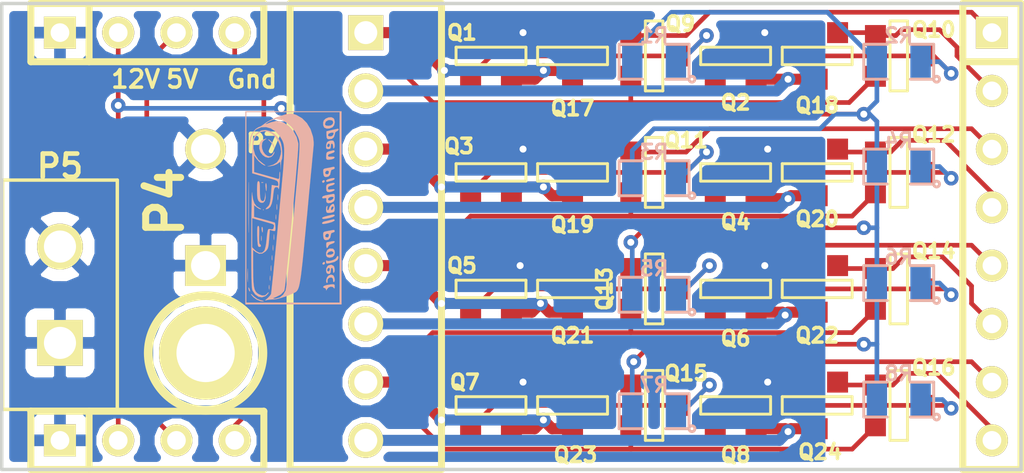
<source format=kicad_pcb>
(kicad_pcb (version 4) (host pcbnew 4.0.7)

  (general
    (links 88)
    (no_connects 0)
    (area 98.548372 66.544371 144.089882 88.213946)
    (thickness 1.6)
    (drawings 8)
    (tracks 292)
    (zones 0)
    (modules 40)
    (nets 29)
  )

  (page A)
  (title_block
    (title "Incandescent Driver (Gen 2)")
    (rev -)
    (company "Open Pinball Project")
  )

  (layers
    (0 F.Cu signal)
    (31 B.Cu signal)
    (32 B.Adhes user)
    (33 F.Adhes user)
    (34 B.Paste user)
    (35 F.Paste user)
    (36 B.SilkS user)
    (37 F.SilkS user)
    (38 B.Mask user)
    (39 F.Mask user)
    (40 Dwgs.User user)
    (41 Cmts.User user)
    (42 Eco1.User user)
    (43 Eco2.User user)
    (44 Edge.Cuts user)
  )

  (setup
    (last_trace_width 0.2032)
    (user_trace_width 0.4826)
    (user_trace_width 1.27)
    (trace_clearance 0.2032)
    (zone_clearance 0.254)
    (zone_45_only no)
    (trace_min 0.2032)
    (segment_width 0.2)
    (edge_width 0.15)
    (via_size 0.635)
    (via_drill 0.3048)
    (via_min_size 0.635)
    (via_min_drill 0.3048)
    (uvia_size 0.508)
    (uvia_drill 0.127)
    (uvias_allowed no)
    (uvia_min_size 0.508)
    (uvia_min_drill 0.127)
    (pcb_text_width 0.3)
    (pcb_text_size 1.5 1.5)
    (mod_edge_width 0.15)
    (mod_text_size 1.5 1.5)
    (mod_text_width 0.15)
    (pad_size 1.4 1.4)
    (pad_drill 0.8)
    (pad_to_mask_clearance 0.127)
    (aux_axis_origin 99.06 67.31)
    (visible_elements 7FFFFFFF)
    (pcbplotparams
      (layerselection 0x00030_80000001)
      (usegerberextensions true)
      (excludeedgelayer false)
      (linewidth 0.150000)
      (plotframeref false)
      (viasonmask false)
      (mode 1)
      (useauxorigin false)
      (hpglpennumber 1)
      (hpglpenspeed 20)
      (hpglpendiameter 15)
      (hpglpenoverlay 2)
      (psnegative false)
      (psa4output false)
      (plotreference true)
      (plotvalue true)
      (plotinvisibletext false)
      (padsonsilk false)
      (subtractmaskfromsilk false)
      (outputformat 1)
      (mirror false)
      (drillshape 0)
      (scaleselection 1)
      (outputdirectory Gerber/))
  )

  (net 0 "")
  (net 1 +12V1)
  (net 2 +5V)
  (net 3 +VLED)
  (net 4 /P0)
  (net 5 /P1)
  (net 6 /P2)
  (net 7 /P3)
  (net 8 /P4)
  (net 9 /P5)
  (net 10 /P6)
  (net 11 /P7)
  (net 12 GND)
  (net 13 N-0000010)
  (net 14 N-0000011)
  (net 15 N-0000013)
  (net 16 N-0000014)
  (net 17 N-0000016)
  (net 18 N-000002)
  (net 19 N-0000022)
  (net 20 N-0000023)
  (net 21 N-0000024)
  (net 22 N-0000026)
  (net 23 N-0000027)
  (net 24 N-0000028)
  (net 25 N-0000029)
  (net 26 N-000007)
  (net 27 N-000008)
  (net 28 N-000009)

  (net_class Default "This is the default net class."
    (clearance 0.2032)
    (trace_width 0.2032)
    (via_dia 0.635)
    (via_drill 0.3048)
    (uvia_dia 0.508)
    (uvia_drill 0.127)
    (add_net +12V1)
    (add_net +5V)
    (add_net +VLED)
    (add_net /P0)
    (add_net /P1)
    (add_net /P2)
    (add_net /P3)
    (add_net /P4)
    (add_net /P5)
    (add_net /P6)
    (add_net /P7)
    (add_net GND)
    (add_net N-0000010)
    (add_net N-0000011)
    (add_net N-0000013)
    (add_net N-0000014)
    (add_net N-0000016)
    (add_net N-000002)
    (add_net N-0000022)
    (add_net N-0000023)
    (add_net N-0000024)
    (add_net N-0000026)
    (add_net N-0000027)
    (add_net N-0000028)
    (add_net N-0000029)
    (add_net N-000007)
    (add_net N-000008)
    (add_net N-000009)
  )

  (module 00_sot23gds (layer F.Cu) (tedit 56BE5387) (tstamp 5673F0DE)
    (at 123.952 69.596)
    (descr "Module CMS SOT23 Transistore EBC")
    (tags "CMS SOT")
    (path /5673EC14)
    (attr smd)
    (fp_text reference Q17 (at 0 2.286) (layer F.SilkS)
      (effects (font (size 0.635 0.635) (thickness 0.1524)))
    )
    (fp_text value MOSFET_N (at 0 0) (layer F.SilkS) hide
      (effects (font (size 0.762 0.762) (thickness 0.1905)))
    )
    (fp_line (start -1.524 -0.381) (end 1.524 -0.381) (layer F.SilkS) (width 0.127))
    (fp_line (start 1.524 -0.381) (end 1.524 0.381) (layer F.SilkS) (width 0.127))
    (fp_line (start 1.524 0.381) (end -1.524 0.381) (layer F.SilkS) (width 0.127))
    (fp_line (start -1.524 0.381) (end -1.524 -0.381) (layer F.SilkS) (width 0.127))
    (pad S smd rect (at -0.889 -1.016) (size 0.9144 0.9144) (layers F.Cu F.Paste F.Mask)
      (net 3 +VLED))
    (pad G smd rect (at 0.889 -1.016) (size 0.9144 0.9144) (layers F.Cu F.Paste F.Mask)
      (net 4 /P0))
    (pad D smd rect (at 0 1.016) (size 0.9144 0.9144) (layers F.Cu F.Paste F.Mask)
      (net 19 N-0000022))
    (model smd/cms_sot23.wrl
      (at (xyz 0 0 0))
      (scale (xyz 0.13 0.15 0.15))
      (rotate (xyz 0 0 0))
    )
  )

  (module opp_logo_backsilk (layer F.Cu) (tedit 0) (tstamp 55BAF166)
    (at 111.76 76.2 90)
    (fp_text reference VAL (at 0 0 90) (layer F.SilkS) hide
      (effects (font (size 0.381 0.381) (thickness 0.127)))
    )
    (fp_text value REF (at 0 0 90) (layer F.SilkS) hide
      (effects (font (size 0.381 0.381) (thickness 0.127)))
    )
    (fp_poly (pts (xy -4.23418 2.11836) (xy -4.15036 2.11836) (xy -4.15036 2.032) (xy -4.15036 0)
      (xy -4.15036 -2.032) (xy 0 -2.032) (xy 4.15036 -2.032) (xy 4.15036 0)
      (xy 4.15036 2.032) (xy 0 2.032) (xy -4.15036 2.032) (xy -4.15036 2.11836)
      (xy -0.02286 2.11836) (xy 4.191 2.11836) (xy 4.191 0.02286) (xy 4.191 -2.07518)
      (xy -0.02286 -2.07518) (xy -4.23418 -2.07518) (xy -4.23418 0.02286) (xy -4.23418 2.11836)
      (xy -4.23418 2.11836)) (layer B.SilkS) (width 0.00254))
    (fp_poly (pts (xy 2.9718 1.55448) (xy 2.9845 1.69164) (xy 3.05816 1.78562) (xy 3.09118 1.79578)
      (xy 3.09118 1.62306) (xy 3.10642 1.55194) (xy 3.1496 1.524) (xy 3.21564 1.5621)
      (xy 3.25374 1.65862) (xy 3.26136 1.71958) (xy 3.2512 1.77038) (xy 3.21056 1.77038)
      (xy 3.15722 1.7526) (xy 3.10896 1.7018) (xy 3.09118 1.62306) (xy 3.09118 1.79578)
      (xy 3.17246 1.82118) (xy 3.27406 1.84404) (xy 3.3147 1.905) (xy 3.35026 1.96596)
      (xy 3.39598 1.9939) (xy 3.42646 1.97612) (xy 3.429 1.95834) (xy 3.41884 1.90246)
      (xy 3.39344 1.79324) (xy 3.37312 1.69418) (xy 3.31724 1.4605) (xy 3.15214 1.4605)
      (xy 3.04038 1.46812) (xy 2.98704 1.50114) (xy 2.9718 1.55448) (xy 2.9718 1.55448)) (layer B.SilkS) (width 0.00254))
    (fp_poly (pts (xy -2.4511 1.4859) (xy -2.4384 1.57988) (xy -2.43586 1.6002) (xy -2.37998 1.80848)
      (xy -2.2987 1.93802) (xy -2.21234 1.98374) (xy -2.13868 1.97866) (xy -2.11836 1.9558)
      (xy -2.15138 1.91262) (xy -2.19202 1.89484) (xy -2.24536 1.84912) (xy -2.29362 1.7526)
      (xy -2.32664 1.64084) (xy -2.33934 1.5367) (xy -2.32156 1.4732) (xy -2.3114 1.46558)
      (xy -2.3114 1.45034) (xy -2.36474 1.44272) (xy -2.42824 1.4478) (xy -2.4511 1.4859)
      (xy -2.4511 1.4859)) (layer B.SilkS) (width 0.00254))
    (fp_poly (pts (xy 3.43662 1.4605) (xy 3.43916 1.59004) (xy 3.48996 1.71704) (xy 3.49504 1.7272)
      (xy 3.556 1.77292) (xy 3.556 1.54432) (xy 3.5687 1.44018) (xy 3.6068 1.40208)
      (xy 3.6322 1.397) (xy 3.74142 1.4351) (xy 3.80238 1.53416) (xy 3.81 1.61544)
      (xy 3.7846 1.71958) (xy 3.71348 1.75514) (xy 3.62966 1.72974) (xy 3.57124 1.651)
      (xy 3.556 1.54432) (xy 3.556 1.77292) (xy 3.58648 1.79578) (xy 3.71348 1.82372)
      (xy 3.83286 1.8034) (xy 3.8862 1.77038) (xy 3.92938 1.6764) (xy 3.92176 1.5494)
      (xy 3.87096 1.42748) (xy 3.79476 1.3462) (xy 3.6957 1.31572) (xy 3.57886 1.3208)
      (xy 3.48742 1.3589) (xy 3.4798 1.36398) (xy 3.43662 1.4605) (xy 3.43662 1.4605)) (layer B.SilkS) (width 0.00254))
    (fp_poly (pts (xy 2.54 1.54432) (xy 2.5527 1.62052) (xy 2.60858 1.64846) (xy 2.62636 1.64846)
      (xy 2.62636 1.54178) (xy 2.65684 1.49098) (xy 2.69494 1.49098) (xy 2.76606 1.52654)
      (xy 2.7813 1.5748) (xy 2.73812 1.60782) (xy 2.71272 1.61036) (xy 2.6416 1.58242)
      (xy 2.62636 1.54178) (xy 2.62636 1.64846) (xy 2.67208 1.651) (xy 2.76606 1.66624)
      (xy 2.78384 1.70434) (xy 2.73304 1.74244) (xy 2.65176 1.75006) (xy 2.5781 1.75514)
      (xy 2.56286 1.78054) (xy 2.62636 1.8161) (xy 2.7305 1.82118) (xy 2.83464 1.8034)
      (xy 2.90322 1.76276) (xy 2.9083 1.7526) (xy 2.91592 1.6637) (xy 2.8956 1.57226)
      (xy 2.84988 1.49352) (xy 2.76606 1.45796) (xy 2.70002 1.4478) (xy 2.59588 1.44526)
      (xy 2.55016 1.47066) (xy 2.54 1.5367) (xy 2.54 1.54432) (xy 2.54 1.54432)) (layer B.SilkS) (width 0.00254))
    (fp_poly (pts (xy 2.07518 1.5367) (xy 2.09042 1.6764) (xy 2.12598 1.778) (xy 2.17424 1.82118)
      (xy 2.17678 1.82118) (xy 2.2098 1.78308) (xy 2.2098 1.67386) (xy 2.20726 1.56972)
      (xy 2.2352 1.52908) (xy 2.25806 1.524) (xy 2.31648 1.56464) (xy 2.35204 1.67386)
      (xy 2.39014 1.778) (xy 2.44094 1.82118) (xy 2.44348 1.82118) (xy 2.48666 1.7907)
      (xy 2.48412 1.74752) (xy 2.45872 1.64846) (xy 2.44094 1.56464) (xy 2.41046 1.49098)
      (xy 2.35204 1.45796) (xy 2.24536 1.4478) (xy 2.13614 1.4478) (xy 2.08788 1.4732)
      (xy 2.07518 1.53162) (xy 2.07518 1.5367) (xy 2.07518 1.5367)) (layer B.SilkS) (width 0.00254))
    (fp_poly (pts (xy 1.3208 1.43764) (xy 1.34112 1.54686) (xy 1.42748 1.6256) (xy 1.44018 1.6256)
      (xy 1.44018 1.47828) (xy 1.46558 1.41732) (xy 1.524 1.40716) (xy 1.58242 1.44526)
      (xy 1.60274 1.49352) (xy 1.58496 1.55448) (xy 1.52908 1.56718) (xy 1.45542 1.53924)
      (xy 1.44018 1.47828) (xy 1.44018 1.6256) (xy 1.55448 1.651) (xy 1.63322 1.6764)
      (xy 1.651 1.73736) (xy 1.68148 1.80594) (xy 1.71958 1.82118) (xy 1.76784 1.79832)
      (xy 1.76276 1.7272) (xy 1.73736 1.62052) (xy 1.71196 1.4859) (xy 1.70942 1.47066)
      (xy 1.6891 1.36906) (xy 1.651 1.32334) (xy 1.56972 1.31826) (xy 1.50876 1.3208)
      (xy 1.39446 1.33858) (xy 1.33858 1.37414) (xy 1.3208 1.43764) (xy 1.3208 1.43764)) (layer B.SilkS) (width 0.00254))
    (fp_poly (pts (xy 1.11506 1.47066) (xy 1.1176 1.51384) (xy 1.14554 1.6129) (xy 1.1684 1.70434)
      (xy 1.20396 1.78816) (xy 1.24714 1.82118) (xy 1.27762 1.80086) (xy 1.27762 1.73228)
      (xy 1.2573 1.63068) (xy 1.21666 1.50876) (xy 1.17094 1.44526) (xy 1.1557 1.44018)
      (xy 1.11506 1.47066) (xy 1.11506 1.47066)) (layer B.SilkS) (width 0.00254))
    (fp_poly (pts (xy 0.66802 1.61036) (xy 0.6858 1.68402) (xy 0.72898 1.7907) (xy 0.76962 1.82118)
      (xy 0.79502 1.778) (xy 0.7874 1.67386) (xy 0.7747 1.5748) (xy 0.79502 1.53162)
      (xy 0.84074 1.524) (xy 0.90424 1.55194) (xy 0.94488 1.64338) (xy 0.94996 1.67386)
      (xy 0.98298 1.77038) (xy 1.02616 1.81864) (xy 1.03378 1.82118) (xy 1.06426 1.8034)
      (xy 1.0668 1.7399) (xy 1.04648 1.63576) (xy 1.016 1.52146) (xy 0.9779 1.46558)
      (xy 0.90424 1.45034) (xy 0.84582 1.4478) (xy 0.7239 1.4605) (xy 0.67056 1.50876)
      (xy 0.66802 1.61036) (xy 0.66802 1.61036)) (layer B.SilkS) (width 0.00254))
    (fp_poly (pts (xy 0.18034 1.52908) (xy 0.19558 1.64846) (xy 0.21336 1.69418) (xy 0.25908 1.778)
      (xy 0.29718 1.79832) (xy 0.29718 1.59766) (xy 0.32004 1.53416) (xy 0.3683 1.52908)
      (xy 0.42418 1.57226) (xy 0.4572 1.65354) (xy 0.45974 1.6637) (xy 0.45466 1.75514)
      (xy 0.41148 1.77292) (xy 0.34798 1.7272) (xy 0.3048 1.64338) (xy 0.29718 1.59766)
      (xy 0.29718 1.79832) (xy 0.32512 1.81356) (xy 0.43434 1.82118) (xy 0.54356 1.81864)
      (xy 0.58674 1.79324) (xy 0.5842 1.73228) (xy 0.57404 1.68402) (xy 0.5461 1.5367)
      (xy 0.5207 1.4097) (xy 0.48768 1.3081) (xy 0.43434 1.27) (xy 0.39116 1.2954)
      (xy 0.39878 1.3716) (xy 0.4064 1.44272) (xy 0.36322 1.45796) (xy 0.3175 1.45034)
      (xy 0.22352 1.4605) (xy 0.18034 1.52908) (xy 0.18034 1.52908)) (layer B.SilkS) (width 0.00254))
    (fp_poly (pts (xy -0.24384 1.5494) (xy -0.23368 1.65608) (xy -0.23114 1.67132) (xy -0.20574 1.77038)
      (xy -0.15748 1.81102) (xy -0.12192 1.81356) (xy -0.12192 1.69164) (xy -0.11684 1.67132)
      (xy -0.05588 1.65862) (xy 0.0127 1.68656) (xy 0.04318 1.73482) (xy 0.01778 1.77546)
      (xy -0.06096 1.75006) (xy -0.08382 1.73736) (xy -0.12192 1.69164) (xy -0.12192 1.81356)
      (xy -0.06096 1.82118) (xy -0.04064 1.82118) (xy 0.07366 1.80848) (xy 0.14478 1.78054)
      (xy 0.1524 1.77292) (xy 0.14478 1.7145) (xy 0.0889 1.64592) (xy 0.00508 1.59004)
      (xy -0.06858 1.56718) (xy -0.12192 1.53924) (xy -0.127 1.52146) (xy -0.09144 1.49352)
      (xy -0.01778 1.50114) (xy 0.05842 1.50876) (xy 0.06604 1.48336) (xy 0.00508 1.45034)
      (xy -0.09652 1.44018) (xy -0.1905 1.45542) (xy -0.23368 1.48082) (xy -0.24384 1.5494)
      (xy -0.24384 1.5494)) (layer B.SilkS) (width 0.00254))
    (fp_poly (pts (xy -0.50546 1.35382) (xy -0.48768 1.47574) (xy -0.45974 1.60528) (xy -0.4191 1.73736)
      (xy -0.37338 1.81102) (xy -0.35306 1.82118) (xy -0.31496 1.79324) (xy -0.32258 1.70434)
      (xy -0.37084 1.4986) (xy -0.40894 1.36652) (xy -0.43942 1.29286) (xy -0.46736 1.27)
      (xy -0.46736 1.27) (xy -0.49784 1.29032) (xy -0.50546 1.35382) (xy -0.50546 1.35382)) (layer B.SilkS) (width 0.00254))
    (fp_poly (pts (xy -0.7239 1.3462) (xy -0.70358 1.46304) (xy -0.6858 1.54686) (xy -0.63754 1.70688)
      (xy -0.59182 1.80086) (xy -0.56134 1.82118) (xy -0.5207 1.7907) (xy -0.52578 1.74752)
      (xy -0.54864 1.651) (xy -0.57404 1.54686) (xy -0.60706 1.397) (xy -0.635 1.31318)
      (xy -0.66548 1.27762) (xy -0.69596 1.27) (xy -0.72136 1.28778) (xy -0.7239 1.3462)
      (xy -0.7239 1.3462)) (layer B.SilkS) (width 0.00254))
    (fp_poly (pts (xy -1.43256 1.43764) (xy -1.41224 1.54686) (xy -1.32588 1.6256) (xy -1.31318 1.62814)
      (xy -1.31318 1.47828) (xy -1.28524 1.41732) (xy -1.22936 1.40716) (xy -1.17094 1.44526)
      (xy -1.15062 1.49352) (xy -1.16586 1.55448) (xy -1.22428 1.56718) (xy -1.29794 1.53924)
      (xy -1.31318 1.47828) (xy -1.31318 1.62814) (xy -1.19888 1.651) (xy -1.12014 1.6764)
      (xy -1.10236 1.73736) (xy -1.07188 1.80594) (xy -1.03378 1.82118) (xy -0.98552 1.79832)
      (xy -0.98806 1.7272) (xy -1.01092 1.62052) (xy -1.03632 1.4859) (xy -1.03886 1.47066)
      (xy -1.06172 1.36906) (xy -1.10236 1.32334) (xy -1.18364 1.31826) (xy -1.2446 1.3208)
      (xy -1.3589 1.33858) (xy -1.41224 1.37414) (xy -1.43256 1.43764) (xy -1.43256 1.43764)) (layer B.SilkS) (width 0.00254))
    (fp_poly (pts (xy -1.778 1.48336) (xy -1.74244 1.51892) (xy -1.69926 1.5367) (xy -1.62814 1.59258)
      (xy -1.59004 1.6891) (xy -1.55448 1.78054) (xy -1.50622 1.82118) (xy -1.50368 1.82118)
      (xy -1.47066 1.80086) (xy -1.4732 1.72974) (xy -1.4859 1.6637) (xy -1.50876 1.55194)
      (xy -1.52146 1.48082) (xy -1.524 1.47574) (xy -1.55956 1.45542) (xy -1.6383 1.45034)
      (xy -1.72466 1.45796) (xy -1.77546 1.47828) (xy -1.778 1.48336) (xy -1.778 1.48336)) (layer B.SilkS) (width 0.00254))
    (fp_poly (pts (xy -2.19456 1.59512) (xy -2.1717 1.71196) (xy -2.16154 1.73482) (xy -2.08788 1.80086)
      (xy -2.06756 1.8034) (xy -2.06756 1.6129) (xy -2.06502 1.51384) (xy -2.03454 1.48844)
      (xy -2.02692 1.49098) (xy -1.94564 1.55448) (xy -1.91262 1.65608) (xy -1.92024 1.71196)
      (xy -1.96342 1.77038) (xy -2.01422 1.75514) (xy -2.05486 1.67894) (xy -2.06756 1.6129)
      (xy -2.06756 1.8034) (xy -1.9812 1.82626) (xy -1.87706 1.81102) (xy -1.80848 1.75514)
      (xy -1.80086 1.73736) (xy -1.79324 1.60274) (xy -1.85166 1.50114) (xy -1.96596 1.44526)
      (xy -2.10312 1.4478) (xy -2.16916 1.49606) (xy -2.19456 1.59512) (xy -2.19456 1.59512)) (layer B.SilkS) (width 0.00254))
    (fp_poly (pts (xy -2.90322 1.59512) (xy -2.84226 1.64084) (xy -2.794 1.64592) (xy -2.794 1.54178)
      (xy -2.76352 1.49098) (xy -2.72288 1.49098) (xy -2.6543 1.52654) (xy -2.63652 1.5748)
      (xy -2.6797 1.60782) (xy -2.7051 1.61036) (xy -2.77876 1.58242) (xy -2.794 1.54178)
      (xy -2.794 1.64592) (xy -2.74574 1.651) (xy -2.6543 1.66624) (xy -2.63652 1.70434)
      (xy -2.68732 1.74244) (xy -2.7686 1.75006) (xy -2.84226 1.75514) (xy -2.8575 1.78054)
      (xy -2.794 1.81356) (xy -2.6924 1.81864) (xy -2.59334 1.79832) (xy -2.55016 1.77038)
      (xy -2.5019 1.67132) (xy -2.52476 1.55956) (xy -2.5654 1.50622) (xy -2.6543 1.45542)
      (xy -2.76352 1.44272) (xy -2.8575 1.46558) (xy -2.8956 1.50876) (xy -2.90322 1.59512)
      (xy -2.90322 1.59512)) (layer B.SilkS) (width 0.00254))
    (fp_poly (pts (xy -3.302 1.48336) (xy -3.26898 1.5113) (xy -3.22326 1.50622) (xy -3.13436 1.51384)
      (xy -3.07086 1.57988) (xy -3.05562 1.67894) (xy -3.05816 1.68148) (xy -3.10642 1.74244)
      (xy -3.16738 1.74752) (xy -3.2385 1.75514) (xy -3.26136 1.78054) (xy -3.2258 1.81356)
      (xy -3.14452 1.82118) (xy -3.05054 1.8034) (xy -2.9718 1.7653) (xy -2.96164 1.7526)
      (xy -2.93116 1.66116) (xy -2.96418 1.56464) (xy -3.05054 1.4859) (xy -3.16738 1.4478)
      (xy -3.2639 1.45288) (xy -3.302 1.48336) (xy -3.302 1.48336)) (layer B.SilkS) (width 0.00254))
    (fp_poly (pts (xy -3.62966 1.45034) (xy -3.59664 1.4732) (xy -3.57378 1.48082) (xy -3.49758 1.54686)
      (xy -3.45948 1.64084) (xy -3.46964 1.73228) (xy -3.51028 1.778) (xy -3.5433 1.80594)
      (xy -3.50266 1.81864) (xy -3.45948 1.81864) (xy -3.38582 1.8161) (xy -3.35534 1.78308)
      (xy -3.35534 1.69926) (xy -3.36042 1.64084) (xy -3.38836 1.4605) (xy -3.429 1.34874)
      (xy -3.47726 1.31318) (xy -3.51028 1.34874) (xy -3.51536 1.37668) (xy -3.54838 1.43256)
      (xy -3.58902 1.44272) (xy -3.62966 1.45034) (xy -3.62966 1.45034)) (layer B.SilkS) (width 0.00254))
    (fp_poly (pts (xy 1.07188 1.2954) (xy 1.0795 1.3462) (xy 1.13538 1.38938) (xy 1.17856 1.36906)
      (xy 1.18618 1.33858) (xy 1.15316 1.28016) (xy 1.12014 1.27) (xy 1.07188 1.2954)
      (xy 1.07188 1.2954)) (layer B.SilkS) (width 0.00254))
    (fp_poly (pts (xy -2.49936 1.33096) (xy -2.4638 1.38938) (xy -2.43078 1.397) (xy -2.38252 1.37414)
      (xy -2.37998 1.34874) (xy -2.42316 1.29286) (xy -2.47396 1.28524) (xy -2.49936 1.33096)
      (xy -2.49936 1.33096)) (layer B.SilkS) (width 0.00254))
    (fp_poly (pts (xy -4.05892 -1.21158) (xy -4.05384 -1.17094) (xy -4.04368 -1.143) (xy -4.02336 -1.03124)
      (xy -4.01574 -0.889) (xy -4.01574 -0.8636) (xy -4.0005 -0.71628) (xy -3.97764 -0.6223)
      (xy -3.97764 -0.78232) (xy -3.97256 -0.85852) (xy -3.9624 -0.86614) (xy -3.93446 -0.80264)
      (xy -3.9116 -0.74422) (xy -3.80238 -0.53086) (xy -3.6576 -0.39116) (xy -3.62966 -0.37592)
      (xy -3.57378 -0.36322) (xy -3.4417 -0.34544) (xy -3.24104 -0.32004) (xy -2.97942 -0.2921)
      (xy -2.667 -0.25908) (xy -2.3114 -0.22098) (xy -1.9177 -0.18034) (xy -1.4986 -0.1397)
      (xy -1.05918 -0.09652) (xy -0.6096 -0.05334) (xy -0.15494 -0.01016) (xy 0.29718 0.03302)
      (xy 0.73406 0.07366) (xy 1.14808 0.11176) (xy 1.53416 0.14478) (xy 1.88468 0.17526)
      (xy 2.18694 0.20066) (xy 2.4384 0.21844) (xy 2.62636 0.23114) (xy 2.74574 0.23622)
      (xy 2.7813 0.23622) (xy 3.06578 0.16256) (xy 3.32486 0.02032) (xy 3.5433 -0.1778)
      (xy 3.68808 -0.38862) (xy 3.75158 -0.5588) (xy 3.76174 -0.73406) (xy 3.71602 -0.93726)
      (xy 3.68554 -1.02616) (xy 3.64236 -1.14554) (xy 3.63474 -1.1938) (xy 3.6576 -1.17856)
      (xy 3.66776 -1.16332) (xy 3.7465 -1.0414) (xy 3.81 -0.89916) (xy 3.8481 -0.77216)
      (xy 3.85318 -0.73152) (xy 3.81254 -0.508) (xy 3.70078 -0.28702) (xy 3.5306 -0.08382)
      (xy 3.31216 0.09398) (xy 3.0607 0.22352) (xy 2.96418 0.25654) (xy 2.91592 0.26924)
      (xy 2.8575 0.2794) (xy 2.7813 0.28448) (xy 2.68478 0.28448) (xy 2.56032 0.28194)
      (xy 2.4003 0.27432) (xy 2.20218 0.26162) (xy 1.9558 0.24384) (xy 1.65862 0.21844)
      (xy 1.30556 0.18796) (xy 0.88646 0.14986) (xy 0.40132 0.10414) (xy -0.16256 0.05334)
      (xy -0.508 0.02032) (xy -1.16332 -0.04318) (xy -1.74498 -0.1016) (xy -2.25044 -0.1524)
      (xy -2.68224 -0.19812) (xy -3.0353 -0.23876) (xy -3.30962 -0.27178) (xy -3.5052 -0.29972)
      (xy -3.61696 -0.32004) (xy -3.63474 -0.32512) (xy -3.80746 -0.42672) (xy -3.92684 -0.57404)
      (xy -3.9751 -0.7493) (xy -3.97764 -0.78232) (xy -3.97764 -0.6223) (xy -3.9497 -0.51816)
      (xy -3.8735 -0.28702) (xy -3.77444 -0.04572) (xy -3.73888 0.03048) (xy -3.71348 0.08128)
      (xy -3.68808 0.127) (xy -3.64998 0.16764) (xy -3.60172 0.2032) (xy -3.5306 0.23622)
      (xy -3.43662 0.2667) (xy -3.30962 0.29464) (xy -3.14706 0.32258) (xy -2.93878 0.35306)
      (xy -2.68478 0.38354) (xy -2.3749 0.4191) (xy -2.00406 0.4572) (xy -1.56718 0.49784)
      (xy -1.05918 0.5461) (xy -0.47244 0.60198) (xy -0.381 0.61214) (xy 0.1143 0.65786)
      (xy 0.58674 0.70104) (xy 1.03124 0.74422) (xy 1.43764 0.78232) (xy 1.80086 0.81788)
      (xy 2.11328 0.84582) (xy 2.36982 0.87122) (xy 2.55778 0.889) (xy 2.67716 0.89916)
      (xy 2.71018 0.90424) (xy 2.83972 0.90424) (xy 3.00228 0.88646) (xy 3.09118 0.87122)
      (xy 3.40868 0.76708) (xy 3.67538 0.60706) (xy 3.8862 0.39878) (xy 4.03098 0.14478)
      (xy 4.08432 -0.02794) (xy 4.08432 -0.1524) (xy 4.04876 -0.33274) (xy 3.9878 -0.54102)
      (xy 3.90652 -0.75946) (xy 3.81508 -0.96774) (xy 3.71602 -1.143) (xy 3.67792 -1.20142)
      (xy 3.59156 -1.31826) (xy 3.53314 -1.4097) (xy 3.51536 -1.45288) (xy 3.4925 -1.50876)
      (xy 3.43662 -1.6002) (xy 3.42392 -1.61798) (xy 3.26898 -1.7653) (xy 3.05562 -1.85928)
      (xy 2.79908 -1.89738) (xy 2.7305 -1.89738) (xy 2.4765 -1.8923) (xy 2.77368 -1.86436)
      (xy 3.04038 -1.82118) (xy 3.23596 -1.74498) (xy 3.37312 -1.63068) (xy 3.40614 -1.5875)
      (xy 3.4925 -1.3843) (xy 3.50012 -1.17094) (xy 3.43916 -0.95758) (xy 3.30708 -0.75692)
      (xy 3.11404 -0.5842) (xy 3.03276 -0.53086) (xy 2.96926 -0.49276) (xy 2.9083 -0.45974)
      (xy 2.8448 -0.43434) (xy 2.77368 -0.41148) (xy 2.68732 -0.39624) (xy 2.58064 -0.38608)
      (xy 2.44856 -0.38354) (xy 2.286 -0.38862) (xy 2.0828 -0.39624) (xy 1.83642 -0.41402)
      (xy 1.5367 -0.43688) (xy 1.18364 -0.4699) (xy 0.76454 -0.508) (xy 0.2794 -0.55372)
      (xy -0.28448 -0.60706) (xy -0.61468 -0.63754) (xy -1.1176 -0.6858) (xy -1.6002 -0.73152)
      (xy -2.04978 -0.77724) (xy -2.46126 -0.81788) (xy -2.8321 -0.85344) (xy -3.1496 -0.88646)
      (xy -3.40868 -0.9144) (xy -3.6068 -0.93472) (xy -3.73126 -0.94996) (xy -3.77698 -0.95504)
      (xy -3.8481 -1.00076) (xy -3.93954 -1.08712) (xy -3.96494 -1.11506) (xy -4.03352 -1.1938)
      (xy -4.05892 -1.21158) (xy -4.05892 -1.21158)) (layer B.SilkS) (width 0.00254))
    (fp_poly (pts (xy -0.08382 -1.17856) (xy -0.06858 -1.10998) (xy -0.04318 -1.06172) (xy 0.03048 -0.98298)
      (xy 0.1651 -0.92456) (xy 0.3683 -0.87884) (xy 0.55118 -0.85852) (xy 0.71374 -0.8382)
      (xy 0.8128 -0.81788) (xy 0.86106 -0.7874) (xy 0.88138 -0.74422) (xy 0.88138 -0.73406)
      (xy 0.86868 -0.65786) (xy 0.79756 -0.62738) (xy 0.79502 -0.61722) (xy 0.8636 -0.60452)
      (xy 0.9906 -0.58928) (xy 1.11506 -0.57912) (xy 1.2954 -0.56642) (xy 1.44018 -0.56134)
      (xy 1.53416 -0.56388) (xy 1.55702 -0.56896) (xy 1.53416 -0.5842) (xy 1.45034 -0.59182)
      (xy 1.39954 -0.59182) (xy 1.28524 -0.59944) (xy 1.23952 -0.62484) (xy 1.24206 -0.65024)
      (xy 1.26238 -0.71374) (xy 1.29794 -0.8382) (xy 1.3462 -1.00838) (xy 1.40208 -1.20142)
      (xy 1.53924 -1.69418) (xy 1.89992 -1.69418) (xy 2.2606 -1.69418) (xy 2.11836 -1.59004)
      (xy 2.00406 -1.48844) (xy 1.90246 -1.3716) (xy 1.83642 -1.26238) (xy 1.82118 -1.2065)
      (xy 1.83896 -1.20904) (xy 1.88468 -1.27) (xy 1.89992 -1.29286) (xy 2.07518 -1.50622)
      (xy 2.2987 -1.651) (xy 2.56032 -1.72212) (xy 2.7813 -1.7272) (xy 3.00482 -1.6764)
      (xy 3.175 -1.57226) (xy 3.28168 -1.42494) (xy 3.31978 -1.24206) (xy 3.29946 -1.08712)
      (xy 3.2131 -0.91694) (xy 3.06324 -0.762) (xy 2.8702 -0.63754) (xy 2.65684 -0.55118)
      (xy 2.44348 -0.51816) (xy 2.32156 -0.53086) (xy 2.1082 -0.5969) (xy 1.96088 -0.70104)
      (xy 1.86436 -0.85344) (xy 1.81356 -1.016) (xy 1.79578 -1.09982) (xy 1.78816 -1.10744)
      (xy 1.79324 -1.03632) (xy 1.79832 -0.9779) (xy 1.8288 -0.83058) (xy 1.88468 -0.6985)
      (xy 1.90246 -0.6731) (xy 1.98882 -0.55626) (xy 1.81102 -0.53848) (xy 1.63068 -0.52324)
      (xy 1.83134 -0.52324) (xy 1.9558 -0.51816) (xy 2.04216 -0.50546) (xy 2.05994 -0.4953)
      (xy 2.12852 -0.47244) (xy 2.25552 -0.46228) (xy 2.41808 -0.46736) (xy 2.58826 -0.4826)
      (xy 2.74066 -0.51054) (xy 2.85496 -0.54356) (xy 2.8575 -0.5461) (xy 3.06832 -0.6731)
      (xy 3.22834 -0.83566) (xy 3.33248 -1.01854) (xy 3.37312 -1.2065) (xy 3.35026 -1.38684)
      (xy 3.25628 -1.5494) (xy 3.22834 -1.57734) (xy 3.14452 -1.64846) (xy 3.05816 -1.69926)
      (xy 2.94894 -1.73736) (xy 2.8067 -1.76022) (xy 2.6162 -1.77292) (xy 2.3622 -1.778)
      (xy 2.17932 -1.778) (xy 1.4859 -1.778) (xy 1.40208 -1.49352) (xy 1.34366 -1.29032)
      (xy 1.28016 -1.07188) (xy 1.23952 -0.93218) (xy 1.1938 -0.78486) (xy 1.15316 -0.6985)
      (xy 1.10744 -0.65786) (xy 1.0414 -0.64262) (xy 0.96266 -0.64008) (xy 0.93472 -0.66802)
      (xy 0.94488 -0.75692) (xy 0.94996 -0.77724) (xy 0.9779 -0.92456) (xy 0.6477 -0.9525)
      (xy 0.4191 -0.97282) (xy 0.25908 -0.99314) (xy 0.14986 -1.02108) (xy 0.0762 -1.05664)
      (xy 0.02286 -1.10744) (xy 0.00254 -1.1303) (xy -0.06096 -1.19126) (xy -0.08382 -1.17856)
      (xy -0.08382 -1.17856)) (layer B.SilkS) (width 0.00254))
    (fp_poly (pts (xy 0.31242 -0.65532) (xy 0.36576 -0.6477) (xy 0.4445 -0.6477) (xy 0.54102 -0.65024)
      (xy 0.56896 -0.65786) (xy 0.54102 -0.66548) (xy 0.41402 -0.6731) (xy 0.32766 -0.66548)
      (xy 0.31242 -0.65532) (xy 0.31242 -0.65532)) (layer B.SilkS) (width 0.00254))
    (fp_poly (pts (xy -0.1143 -0.6985) (xy -0.05842 -0.69088) (xy 0.02286 -0.69088) (xy 0.11684 -0.69342)
      (xy 0.14732 -0.70104) (xy 0.11684 -0.70866) (xy -0.01016 -0.71628) (xy -0.09652 -0.70866)
      (xy -0.1143 -0.6985) (xy -0.1143 -0.6985)) (layer B.SilkS) (width 0.00254))
    (fp_poly (pts (xy -0.53848 -0.73914) (xy -0.48514 -0.73406) (xy -0.42418 -0.73152) (xy -0.33274 -0.73406)
      (xy -0.30734 -0.74422) (xy -0.32766 -0.7493) (xy -0.45212 -0.75692) (xy -0.51816 -0.7493)
      (xy -0.53848 -0.73914) (xy -0.53848 -0.73914)) (layer B.SilkS) (width 0.00254))
    (fp_poly (pts (xy -3.9243 -1.35382) (xy -3.87604 -1.2065) (xy -3.85318 -1.17348) (xy -3.77952 -1.09728)
      (xy -3.71856 -1.05918) (xy -3.71348 -1.05918) (xy -3.70586 -1.0795) (xy -3.7592 -1.12522)
      (xy -3.83794 -1.2192) (xy -3.84302 -1.3462) (xy -3.79222 -1.47828) (xy -3.73888 -1.5621)
      (xy -3.6703 -1.6256) (xy -3.57632 -1.67132) (xy -3.44424 -1.7018) (xy -3.26136 -1.72212)
      (xy -3.02006 -1.73228) (xy -2.70764 -1.73482) (xy -2.64668 -1.73736) (xy -1.85674 -1.73736)
      (xy -1.94564 -1.6256) (xy -2.02184 -1.47574) (xy -2.01168 -1.3335) (xy -1.9812 -1.28778)
      (xy -1.9812 -1.46558) (xy -1.91516 -1.59766) (xy -1.8669 -1.65354) (xy -1.74244 -1.778)
      (xy -1.10744 -1.778) (xy -0.47244 -1.778) (xy -0.51054 -1.64084) (xy -0.54356 -1.53162)
      (xy -0.58674 -1.37414) (xy -0.63754 -1.19888) (xy -0.64008 -1.18618) (xy -0.69088 -1.01092)
      (xy -0.7239 -0.9017) (xy -0.75438 -0.84582) (xy -0.7874 -0.8255) (xy -0.83566 -0.83058)
      (xy -0.86868 -0.8382) (xy -0.94488 -0.8636) (xy -0.96266 -0.92202) (xy -0.9525 -0.97536)
      (xy -0.94234 -1.02616) (xy -0.94488 -1.06172) (xy -0.97282 -1.08712) (xy -1.03632 -1.1049)
      (xy -1.15062 -1.12522) (xy -1.32334 -1.143) (xy -1.54686 -1.16586) (xy -1.69926 -1.19126)
      (xy -1.83388 -1.22682) (xy -1.89484 -1.25476) (xy -1.97612 -1.3462) (xy -1.9812 -1.46558)
      (xy -1.9812 -1.28778) (xy -1.92024 -1.1938) (xy -1.91516 -1.18872) (xy -1.85166 -1.13284)
      (xy -1.78308 -1.09474) (xy -1.68656 -1.06934) (xy -1.54178 -1.05156) (xy -1.38938 -1.03886)
      (xy -0.98298 -1.00838) (xy -1.01854 -0.88646) (xy -1.03632 -0.81026) (xy -1.01854 -0.7747)
      (xy -0.94488 -0.762) (xy -0.86868 -0.762) (xy -0.75184 -0.76962) (xy -0.67564 -0.78486)
      (xy -0.66548 -0.79502) (xy -0.6477 -0.84582) (xy -0.61468 -0.96012) (xy -0.56896 -1.12014)
      (xy -0.53086 -1.25984) (xy -0.41402 -1.69418) (xy -0.16256 -1.69418) (xy 0.09144 -1.69418)
      (xy 0.00508 -1.58242) (xy -0.05842 -1.4859) (xy -0.08382 -1.40462) (xy -0.08382 -1.40208)
      (xy -0.06858 -1.38938) (xy -0.03556 -1.44272) (xy -0.0254 -1.46304) (xy 0.05334 -1.59004)
      (xy 0.17272 -1.67894) (xy 0.3429 -1.73736) (xy 0.58166 -1.77546) (xy 0.635 -1.778)
      (xy 0.66294 -1.78562) (xy 0.61214 -1.7907) (xy 0.48768 -1.79578) (xy 0.29972 -1.80086)
      (xy 0.0508 -1.8034) (xy -0.254 -1.80848) (xy -0.60452 -1.81102) (xy -0.99568 -1.81356)
      (xy -1.26238 -1.81356) (xy -1.77292 -1.8161) (xy -2.20472 -1.8161) (xy -2.5654 -1.81356)
      (xy -2.86004 -1.81102) (xy -3.0988 -1.80848) (xy -3.28168 -1.8034) (xy -3.42138 -1.79578)
      (xy -3.52044 -1.78816) (xy -3.58902 -1.77546) (xy -3.62966 -1.76276) (xy -3.6322 -1.76276)
      (xy -3.7973 -1.64592) (xy -3.89382 -1.50368) (xy -3.9243 -1.35382) (xy -3.9243 -1.35382)) (layer B.SilkS) (width 0.00254))
    (fp_poly (pts (xy 2.5781 -0.8255) (xy 2.5781 -0.8128) (xy 2.61112 -0.80772) (xy 2.70256 -0.83312)
      (xy 2.81178 -0.89662) (xy 2.83464 -0.9144) (xy 2.91592 -0.99314) (xy 2.96164 -1.05664)
      (xy 2.96418 -1.06934) (xy 2.94132 -1.06934) (xy 2.88798 -1.016) (xy 2.87782 -1.00076)
      (xy 2.77114 -0.90932) (xy 2.6543 -0.8509) (xy 2.5781 -0.8255) (xy 2.5781 -0.8255)) (layer B.SilkS) (width 0.00254))
    (fp_poly (pts (xy 2.16408 -1.07696) (xy 2.1971 -0.9525) (xy 2.24536 -0.889) (xy 2.33172 -0.82804)
      (xy 2.40284 -0.80772) (xy 2.43078 -0.82042) (xy 2.3749 -0.84836) (xy 2.36474 -0.85344)
      (xy 2.2606 -0.92202) (xy 2.2225 -1.01346) (xy 2.24536 -1.11506) (xy 2.31648 -1.21412)
      (xy 2.42824 -1.2954) (xy 2.57302 -1.3462) (xy 2.67716 -1.35382) (xy 2.81178 -1.34112)
      (xy 2.89814 -1.28778) (xy 2.9591 -1.2065) (xy 2.99466 -1.15316) (xy 2.9972 -1.17348)
      (xy 2.98196 -1.22682) (xy 2.92862 -1.3589) (xy 2.83718 -1.43256) (xy 2.72542 -1.46558)
      (xy 2.55778 -1.46558) (xy 2.40538 -1.41478) (xy 2.28092 -1.32334) (xy 2.1971 -1.2065)
      (xy 2.16408 -1.07696) (xy 2.16408 -1.07696)) (layer B.SilkS) (width 0.00254))
    (fp_poly (pts (xy -1.42494 -0.8255) (xy -1.36906 -0.81788) (xy -1.29286 -0.81788) (xy -1.19634 -0.82042)
      (xy -1.1684 -0.82804) (xy -1.19634 -0.83566) (xy -1.32334 -0.84328) (xy -1.4097 -0.83566)
      (xy -1.42494 -0.8255) (xy -1.42494 -0.8255)) (layer B.SilkS) (width 0.00254))
    (fp_poly (pts (xy -1.8923 -0.86614) (xy -1.83642 -0.86106) (xy -1.75768 -0.85852) (xy -1.66116 -0.8636)
      (xy -1.63322 -0.87122) (xy -1.6637 -0.8763) (xy -1.78816 -0.88392) (xy -1.87452 -0.8763)
      (xy -1.8923 -0.86614) (xy -1.8923 -0.86614)) (layer B.SilkS) (width 0.00254))
    (fp_poly (pts (xy -2.31648 -0.90932) (xy -2.26314 -0.9017) (xy -2.20218 -0.9017) (xy -2.11074 -0.90424)
      (xy -2.08534 -0.91186) (xy -2.10566 -0.91948) (xy -2.23012 -0.9271) (xy -2.29616 -0.91948)
      (xy -2.31648 -0.90932) (xy -2.31648 -0.90932)) (layer B.SilkS) (width 0.00254))
    (fp_poly (pts (xy -2.7813 -0.9525) (xy -2.72542 -0.94488) (xy -2.64668 -0.94488) (xy -2.55016 -0.94742)
      (xy -2.52222 -0.95504) (xy -2.5527 -0.96266) (xy -2.67716 -0.97028) (xy -2.76352 -0.96266)
      (xy -2.7813 -0.9525) (xy -2.7813 -0.9525)) (layer B.SilkS) (width 0.00254))
    (fp_poly (pts (xy -3.20548 -0.99314) (xy -3.15214 -0.98806) (xy -3.09118 -0.98552) (xy -2.99974 -0.98806)
      (xy -2.97434 -0.99822) (xy -2.99466 -1.0033) (xy -3.11912 -1.01092) (xy -3.18516 -1.0033)
      (xy -3.20548 -0.99314) (xy -3.20548 -0.99314)) (layer B.SilkS) (width 0.00254))
    (fp_poly (pts (xy -3.58902 -1.03632) (xy -3.53822 -1.0287) (xy -3.4925 -1.02616) (xy -3.40614 -1.03124)
      (xy -3.38328 -1.03886) (xy -3.39598 -1.04648) (xy -3.49758 -1.0541) (xy -3.56616 -1.04648)
      (xy -3.58902 -1.03632) (xy -3.58902 -1.03632)) (layer B.SilkS) (width 0.00254))
    (fp_poly (pts (xy 0.70612 -1.16332) (xy 0.73152 -1.15316) (xy 0.8382 -1.14808) (xy 0.85852 -1.14554)
      (xy 0.97536 -1.15062) (xy 1.04902 -1.16586) (xy 1.05918 -1.17602) (xy 1.02108 -1.19634)
      (xy 0.92964 -1.19888) (xy 0.89916 -1.19634) (xy 0.762 -1.17856) (xy 0.70612 -1.16332)
      (xy 0.70612 -1.16332)) (layer B.SilkS) (width 0.00254))
    (fp_poly (pts (xy 0.19812 -1.38684) (xy 0.2032 -1.2954) (xy 0.27686 -1.22682) (xy 0.4064 -1.1938)
      (xy 0.48006 -1.1938) (xy 0.65786 -1.19888) (xy 0.48768 -1.21666) (xy 0.33782 -1.2446)
      (xy 0.27178 -1.29032) (xy 0.28194 -1.35382) (xy 0.29464 -1.37414) (xy 0.3429 -1.40716)
      (xy 0.43434 -1.42748) (xy 0.57912 -1.43764) (xy 0.74676 -1.44018) (xy 0.93726 -1.44272)
      (xy 1.05664 -1.45034) (xy 1.12014 -1.46812) (xy 1.143 -1.49606) (xy 1.143 -1.50368)
      (xy 1.1303 -1.53416) (xy 1.07696 -1.55194) (xy 0.97028 -1.5621) (xy 0.79756 -1.56718)
      (xy 0.7493 -1.56718) (xy 0.53086 -1.5621) (xy 0.37846 -1.54178) (xy 0.28194 -1.50368)
      (xy 0.22352 -1.44272) (xy 0.19812 -1.38684) (xy 0.19812 -1.38684)) (layer B.SilkS) (width 0.00254))
    (fp_poly (pts (xy 1.0668 -1.32842) (xy 1.07188 -1.30556) (xy 1.0922 -1.28778) (xy 1.09728 -1.33096)
      (xy 1.08966 -1.3843) (xy 1.07696 -1.38684) (xy 1.0668 -1.32842) (xy 1.0668 -1.32842)) (layer B.SilkS) (width 0.00254))
    (fp_poly (pts (xy -0.127 -1.29032) (xy -0.10668 -1.27) (xy -0.08636 -1.29032) (xy -0.10668 -1.31318)
      (xy -0.127 -1.29032) (xy -0.127 -1.29032)) (layer B.SilkS) (width 0.00254))
    (fp_poly (pts (xy -4.1021 -1.31064) (xy -4.09702 -1.27) (xy -4.09448 -1.27) (xy -4.07416 -1.3081)
      (xy -4.0513 -1.397) (xy -4.04622 -1.41986) (xy -3.99034 -1.55702) (xy -3.88366 -1.7018)
      (xy -3.86588 -1.71958) (xy -3.79476 -1.79578) (xy -3.77698 -1.83134) (xy -3.80238 -1.82626)
      (xy -3.91668 -1.7272) (xy -4.02082 -1.58242) (xy -4.08686 -1.4224) (xy -4.09194 -1.40208)
      (xy -4.1021 -1.31064) (xy -4.1021 -1.31064)) (layer B.SilkS) (width 0.00254))
    (fp_poly (pts (xy -3.67538 -1.87452) (xy -3.64236 -1.86944) (xy -3.56362 -1.8923) (xy -3.53568 -1.905)
      (xy -3.48742 -1.93548) (xy -3.51536 -1.9431) (xy -3.60426 -1.92532) (xy -3.64236 -1.905)
      (xy -3.67538 -1.87452) (xy -3.67538 -1.87452)) (layer B.SilkS) (width 0.00254))
    (fp_poly (pts (xy -1.10744 -1.93294) (xy -1.0922 -1.9304) (xy -1.00584 -1.92786) (xy -0.84836 -1.92786)
      (xy -0.62484 -1.92532) (xy -0.34036 -1.92532) (xy 0 -1.92532) (xy 0.34544 -1.92532)
      (xy 0.62992 -1.92532) (xy 0.8509 -1.92786) (xy 1.00838 -1.92786) (xy 1.09474 -1.9304)
      (xy 1.10744 -1.93294) (xy 1.04394 -1.93548) (xy 0.89916 -1.93802) (xy 0.54864 -1.94056)
      (xy 0.14986 -1.9431) (xy -0.26416 -1.9431) (xy -0.65278 -1.94056) (xy -0.89916 -1.93802)
      (xy -1.04394 -1.93548) (xy -1.10744 -1.93294) (xy -1.10744 -1.93294)) (layer B.SilkS) (width 0.00254))
    (fp_poly (pts (xy -3.2639 -1.97358) (xy -3.24104 -1.9685) (xy -3.1496 -1.96596) (xy -2.99212 -1.96342)
      (xy -2.96418 -1.96342) (xy -2.79908 -1.96596) (xy -2.69748 -1.9685) (xy -2.66446 -1.97358)
      (xy -2.70764 -1.97866) (xy -2.72034 -1.97866) (xy -2.91338 -1.98628) (xy -3.1242 -1.98374)
      (xy -3.20802 -1.97866) (xy -3.2639 -1.97358) (xy -3.2639 -1.97358)) (layer B.SilkS) (width 0.00254))
    (fp_poly (pts (xy -1.09982 -1.32842) (xy -1.06426 -1.31826) (xy -0.97536 -1.31318) (xy -0.97536 -1.31318)
      (xy -0.88392 -1.32334) (xy -0.84836 -1.3462) (xy -0.84836 -1.34874) (xy -0.88392 -1.36652)
      (xy -0.97028 -1.36398) (xy -0.97536 -1.36398) (xy -1.06426 -1.3462) (xy -1.09982 -1.32842)
      (xy -1.09982 -1.32842)) (layer B.SilkS) (width 0.00254))
    (fp_poly (pts (xy -1.47066 -1.37414) (xy -1.41732 -1.36906) (xy -1.35636 -1.36652) (xy -1.26238 -1.36906)
      (xy -1.23952 -1.37922) (xy -1.25984 -1.3843) (xy -1.3843 -1.39192) (xy -1.45034 -1.3843)
      (xy -1.47066 -1.37414) (xy -1.47066 -1.37414)) (layer B.SilkS) (width 0.00254))
    (fp_poly (pts (xy -1.7272 -1.47066) (xy -1.71196 -1.4097) (xy -1.6764 -1.397) (xy -1.61798 -1.41986)
      (xy -1.61036 -1.44272) (xy -1.56718 -1.46558) (xy -1.44272 -1.47574) (xy -1.23952 -1.47574)
      (xy -1.2065 -1.4732) (xy -1.00838 -1.47066) (xy -0.88392 -1.47574) (xy -0.82042 -1.49098)
      (xy -0.80518 -1.51638) (xy -0.8255 -1.53924) (xy -0.89408 -1.55448) (xy -1.02362 -1.55956)
      (xy -1.22428 -1.55956) (xy -1.25984 -1.55702) (xy -1.46304 -1.5494) (xy -1.59766 -1.53924)
      (xy -1.6764 -1.524) (xy -1.7145 -1.50114) (xy -1.7272 -1.47066) (xy -1.7272 -1.47066)) (layer B.SilkS) (width 0.00254))
  )

  (module 00_sm0805 (layer B.Cu) (tedit 4F75CD54) (tstamp 5673F1E8)
    (at 138.176 84.582 180)
    (path /55B4EF1A)
    (attr smd)
    (fp_text reference R8 (at 0 1.143 180) (layer B.SilkS)
      (effects (font (size 0.635 0.635) (thickness 0.127)) (justify mirror))
    )
    (fp_text value 10K (at 0 0 180) (layer B.SilkS) hide
      (effects (font (size 0.635 0.635) (thickness 0.127)) (justify mirror))
    )
    (fp_circle (center -1.651 -0.762) (end -1.651 -0.635) (layer B.SilkS) (width 0.127))
    (fp_line (start -0.508 -0.762) (end -1.524 -0.762) (layer B.SilkS) (width 0.127))
    (fp_line (start -1.524 -0.762) (end -1.524 0.762) (layer B.SilkS) (width 0.127))
    (fp_line (start -1.524 0.762) (end -0.508 0.762) (layer B.SilkS) (width 0.127))
    (fp_line (start 0.508 0.762) (end 1.524 0.762) (layer B.SilkS) (width 0.127))
    (fp_line (start 1.524 0.762) (end 1.524 -0.762) (layer B.SilkS) (width 0.127))
    (fp_line (start 1.524 -0.762) (end 0.508 -0.762) (layer B.SilkS) (width 0.127))
    (pad 1 smd rect (at -0.9525 0 180) (size 0.889 1.397) (layers B.Cu B.Paste B.Mask)
      (net 22 N-0000026))
    (pad 2 smd rect (at 0.9525 0 180) (size 0.889 1.397) (layers B.Cu B.Paste B.Mask)
      (net 1 +12V1))
    (model smd/chip_cms.wrl
      (at (xyz 0 0 0))
      (scale (xyz 0.1 0.1 0.1))
      (rotate (xyz 0 0 0))
    )
  )

  (module 00_sm0805 (layer B.Cu) (tedit 4F75CD54) (tstamp 5673F1F5)
    (at 127.508 85.09 180)
    (path /55B4EF0A)
    (attr smd)
    (fp_text reference R7 (at 0 1.143 180) (layer B.SilkS)
      (effects (font (size 0.635 0.635) (thickness 0.127)) (justify mirror))
    )
    (fp_text value 10K (at 0 0 180) (layer B.SilkS) hide
      (effects (font (size 0.635 0.635) (thickness 0.127)) (justify mirror))
    )
    (fp_circle (center -1.651 -0.762) (end -1.651 -0.635) (layer B.SilkS) (width 0.127))
    (fp_line (start -0.508 -0.762) (end -1.524 -0.762) (layer B.SilkS) (width 0.127))
    (fp_line (start -1.524 -0.762) (end -1.524 0.762) (layer B.SilkS) (width 0.127))
    (fp_line (start -1.524 0.762) (end -0.508 0.762) (layer B.SilkS) (width 0.127))
    (fp_line (start 0.508 0.762) (end 1.524 0.762) (layer B.SilkS) (width 0.127))
    (fp_line (start 1.524 0.762) (end 1.524 -0.762) (layer B.SilkS) (width 0.127))
    (fp_line (start 1.524 -0.762) (end 0.508 -0.762) (layer B.SilkS) (width 0.127))
    (pad 1 smd rect (at -0.9525 0 180) (size 0.889 1.397) (layers B.Cu B.Paste B.Mask)
      (net 15 N-0000013))
    (pad 2 smd rect (at 0.9525 0 180) (size 0.889 1.397) (layers B.Cu B.Paste B.Mask)
      (net 1 +12V1))
    (model smd/chip_cms.wrl
      (at (xyz 0 0 0))
      (scale (xyz 0.1 0.1 0.1))
      (rotate (xyz 0 0 0))
    )
  )

  (module 00_sm0805 (layer B.Cu) (tedit 4F75CD54) (tstamp 5673F202)
    (at 138.176 79.502 180)
    (path /55B4EEFA)
    (attr smd)
    (fp_text reference R6 (at 0 1.143 180) (layer B.SilkS)
      (effects (font (size 0.635 0.635) (thickness 0.127)) (justify mirror))
    )
    (fp_text value 10K (at 0 0 180) (layer B.SilkS) hide
      (effects (font (size 0.635 0.635) (thickness 0.127)) (justify mirror))
    )
    (fp_circle (center -1.651 -0.762) (end -1.651 -0.635) (layer B.SilkS) (width 0.127))
    (fp_line (start -0.508 -0.762) (end -1.524 -0.762) (layer B.SilkS) (width 0.127))
    (fp_line (start -1.524 -0.762) (end -1.524 0.762) (layer B.SilkS) (width 0.127))
    (fp_line (start -1.524 0.762) (end -0.508 0.762) (layer B.SilkS) (width 0.127))
    (fp_line (start 0.508 0.762) (end 1.524 0.762) (layer B.SilkS) (width 0.127))
    (fp_line (start 1.524 0.762) (end 1.524 -0.762) (layer B.SilkS) (width 0.127))
    (fp_line (start 1.524 -0.762) (end 0.508 -0.762) (layer B.SilkS) (width 0.127))
    (pad 1 smd rect (at -0.9525 0 180) (size 0.889 1.397) (layers B.Cu B.Paste B.Mask)
      (net 23 N-0000027))
    (pad 2 smd rect (at 0.9525 0 180) (size 0.889 1.397) (layers B.Cu B.Paste B.Mask)
      (net 1 +12V1))
    (model smd/chip_cms.wrl
      (at (xyz 0 0 0))
      (scale (xyz 0.1 0.1 0.1))
      (rotate (xyz 0 0 0))
    )
  )

  (module 00_sm0805 (layer B.Cu) (tedit 4F75CD54) (tstamp 5673F20F)
    (at 127.508 80.01 180)
    (path /55B4EEEA)
    (attr smd)
    (fp_text reference R5 (at 0 1.143 180) (layer B.SilkS)
      (effects (font (size 0.635 0.635) (thickness 0.127)) (justify mirror))
    )
    (fp_text value 10K (at 0 0 180) (layer B.SilkS) hide
      (effects (font (size 0.635 0.635) (thickness 0.127)) (justify mirror))
    )
    (fp_circle (center -1.651 -0.762) (end -1.651 -0.635) (layer B.SilkS) (width 0.127))
    (fp_line (start -0.508 -0.762) (end -1.524 -0.762) (layer B.SilkS) (width 0.127))
    (fp_line (start -1.524 -0.762) (end -1.524 0.762) (layer B.SilkS) (width 0.127))
    (fp_line (start -1.524 0.762) (end -0.508 0.762) (layer B.SilkS) (width 0.127))
    (fp_line (start 0.508 0.762) (end 1.524 0.762) (layer B.SilkS) (width 0.127))
    (fp_line (start 1.524 0.762) (end 1.524 -0.762) (layer B.SilkS) (width 0.127))
    (fp_line (start 1.524 -0.762) (end 0.508 -0.762) (layer B.SilkS) (width 0.127))
    (pad 1 smd rect (at -0.9525 0 180) (size 0.889 1.397) (layers B.Cu B.Paste B.Mask)
      (net 16 N-0000014))
    (pad 2 smd rect (at 0.9525 0 180) (size 0.889 1.397) (layers B.Cu B.Paste B.Mask)
      (net 1 +12V1))
    (model smd/chip_cms.wrl
      (at (xyz 0 0 0))
      (scale (xyz 0.1 0.1 0.1))
      (rotate (xyz 0 0 0))
    )
  )

  (module 00_sm0805 (layer B.Cu) (tedit 4F75CD54) (tstamp 5673F21C)
    (at 138.176 74.422 180)
    (path /55B4EEDA)
    (attr smd)
    (fp_text reference R4 (at 0 1.143 180) (layer B.SilkS)
      (effects (font (size 0.635 0.635) (thickness 0.127)) (justify mirror))
    )
    (fp_text value 10K (at 0 0 180) (layer B.SilkS) hide
      (effects (font (size 0.635 0.635) (thickness 0.127)) (justify mirror))
    )
    (fp_circle (center -1.651 -0.762) (end -1.651 -0.635) (layer B.SilkS) (width 0.127))
    (fp_line (start -0.508 -0.762) (end -1.524 -0.762) (layer B.SilkS) (width 0.127))
    (fp_line (start -1.524 -0.762) (end -1.524 0.762) (layer B.SilkS) (width 0.127))
    (fp_line (start -1.524 0.762) (end -0.508 0.762) (layer B.SilkS) (width 0.127))
    (fp_line (start 0.508 0.762) (end 1.524 0.762) (layer B.SilkS) (width 0.127))
    (fp_line (start 1.524 0.762) (end 1.524 -0.762) (layer B.SilkS) (width 0.127))
    (fp_line (start 1.524 -0.762) (end 0.508 -0.762) (layer B.SilkS) (width 0.127))
    (pad 1 smd rect (at -0.9525 0 180) (size 0.889 1.397) (layers B.Cu B.Paste B.Mask)
      (net 24 N-0000028))
    (pad 2 smd rect (at 0.9525 0 180) (size 0.889 1.397) (layers B.Cu B.Paste B.Mask)
      (net 1 +12V1))
    (model smd/chip_cms.wrl
      (at (xyz 0 0 0))
      (scale (xyz 0.1 0.1 0.1))
      (rotate (xyz 0 0 0))
    )
  )

  (module 00_sm0805 (layer B.Cu) (tedit 4F75CD54) (tstamp 5673F229)
    (at 127.508 74.93 180)
    (path /55B4EECA)
    (attr smd)
    (fp_text reference R3 (at 0 1.143 180) (layer B.SilkS)
      (effects (font (size 0.635 0.635) (thickness 0.127)) (justify mirror))
    )
    (fp_text value 10K (at 0 0 180) (layer B.SilkS) hide
      (effects (font (size 0.635 0.635) (thickness 0.127)) (justify mirror))
    )
    (fp_circle (center -1.651 -0.762) (end -1.651 -0.635) (layer B.SilkS) (width 0.127))
    (fp_line (start -0.508 -0.762) (end -1.524 -0.762) (layer B.SilkS) (width 0.127))
    (fp_line (start -1.524 -0.762) (end -1.524 0.762) (layer B.SilkS) (width 0.127))
    (fp_line (start -1.524 0.762) (end -0.508 0.762) (layer B.SilkS) (width 0.127))
    (fp_line (start 0.508 0.762) (end 1.524 0.762) (layer B.SilkS) (width 0.127))
    (fp_line (start 1.524 0.762) (end 1.524 -0.762) (layer B.SilkS) (width 0.127))
    (fp_line (start 1.524 -0.762) (end 0.508 -0.762) (layer B.SilkS) (width 0.127))
    (pad 1 smd rect (at -0.9525 0 180) (size 0.889 1.397) (layers B.Cu B.Paste B.Mask)
      (net 25 N-0000029))
    (pad 2 smd rect (at 0.9525 0 180) (size 0.889 1.397) (layers B.Cu B.Paste B.Mask)
      (net 1 +12V1))
    (model smd/chip_cms.wrl
      (at (xyz 0 0 0))
      (scale (xyz 0.1 0.1 0.1))
      (rotate (xyz 0 0 0))
    )
  )

  (module 00_sm0805 (layer B.Cu) (tedit 4F75CD54) (tstamp 5673F236)
    (at 138.176 69.85 180)
    (path /55B4EEBA)
    (attr smd)
    (fp_text reference R2 (at 0 1.143 180) (layer B.SilkS)
      (effects (font (size 0.635 0.635) (thickness 0.127)) (justify mirror))
    )
    (fp_text value 10K (at 0 0 180) (layer B.SilkS) hide
      (effects (font (size 0.635 0.635) (thickness 0.127)) (justify mirror))
    )
    (fp_circle (center -1.651 -0.762) (end -1.651 -0.635) (layer B.SilkS) (width 0.127))
    (fp_line (start -0.508 -0.762) (end -1.524 -0.762) (layer B.SilkS) (width 0.127))
    (fp_line (start -1.524 -0.762) (end -1.524 0.762) (layer B.SilkS) (width 0.127))
    (fp_line (start -1.524 0.762) (end -0.508 0.762) (layer B.SilkS) (width 0.127))
    (fp_line (start 0.508 0.762) (end 1.524 0.762) (layer B.SilkS) (width 0.127))
    (fp_line (start 1.524 0.762) (end 1.524 -0.762) (layer B.SilkS) (width 0.127))
    (fp_line (start 1.524 -0.762) (end 0.508 -0.762) (layer B.SilkS) (width 0.127))
    (pad 1 smd rect (at -0.9525 0 180) (size 0.889 1.397) (layers B.Cu B.Paste B.Mask)
      (net 18 N-000002))
    (pad 2 smd rect (at 0.9525 0 180) (size 0.889 1.397) (layers B.Cu B.Paste B.Mask)
      (net 1 +12V1))
    (model smd/chip_cms.wrl
      (at (xyz 0 0 0))
      (scale (xyz 0.1 0.1 0.1))
      (rotate (xyz 0 0 0))
    )
  )

  (module 00_sm0805 (layer B.Cu) (tedit 4F75CD54) (tstamp 56745E71)
    (at 127.508 69.85 180)
    (path /55B1776F)
    (attr smd)
    (fp_text reference R1 (at 0 1.143 180) (layer B.SilkS)
      (effects (font (size 0.635 0.635) (thickness 0.127)) (justify mirror))
    )
    (fp_text value 10K (at 0 0 180) (layer B.SilkS) hide
      (effects (font (size 0.635 0.635) (thickness 0.127)) (justify mirror))
    )
    (fp_circle (center -1.651 -0.762) (end -1.651 -0.635) (layer B.SilkS) (width 0.127))
    (fp_line (start -0.508 -0.762) (end -1.524 -0.762) (layer B.SilkS) (width 0.127))
    (fp_line (start -1.524 -0.762) (end -1.524 0.762) (layer B.SilkS) (width 0.127))
    (fp_line (start -1.524 0.762) (end -0.508 0.762) (layer B.SilkS) (width 0.127))
    (fp_line (start 0.508 0.762) (end 1.524 0.762) (layer B.SilkS) (width 0.127))
    (fp_line (start 1.524 0.762) (end 1.524 -0.762) (layer B.SilkS) (width 0.127))
    (fp_line (start 1.524 -0.762) (end 0.508 -0.762) (layer B.SilkS) (width 0.127))
    (pad 1 smd rect (at -0.9525 0 180) (size 0.889 1.397) (layers B.Cu B.Paste B.Mask)
      (net 20 N-0000023))
    (pad 2 smd rect (at 0.9525 0 180) (size 0.889 1.397) (layers B.Cu B.Paste B.Mask)
      (net 1 +12V1))
    (model smd/chip_cms.wrl
      (at (xyz 0 0 0))
      (scale (xyz 0.1 0.1 0.1))
      (rotate (xyz 0 0 0))
    )
  )

  (module SIL-8 (layer F.Cu) (tedit 56BE5237) (tstamp 5673F476)
    (at 142.24 77.47 270)
    (descr "Connecteur 8 pins")
    (tags "CONN DEV")
    (path /55B15C94)
    (fp_text reference P2 (at 0 -0.127 270) (layer F.SilkS) hide
      (effects (font (size 1.72974 1.08712) (thickness 0.27178)))
    )
    (fp_text value CONN_8 (at 0.127 0 270) (layer F.SilkS) hide
      (effects (font (size 1.524 1.016) (thickness 0.254)))
    )
    (fp_line (start -10.16 -1.27) (end 10.16 -1.27) (layer F.SilkS) (width 0.3048))
    (fp_line (start 10.16 -1.27) (end 10.16 1.27) (layer F.SilkS) (width 0.3048))
    (fp_line (start 10.16 1.27) (end -10.16 1.27) (layer F.SilkS) (width 0.3048))
    (fp_line (start -10.16 1.27) (end -10.16 -1.27) (layer F.SilkS) (width 0.3048))
    (fp_line (start -7.62 1.27) (end -7.62 -1.27) (layer F.SilkS) (width 0.3048))
    (pad 1 thru_hole rect (at -8.89 0 270) (size 1.397 1.397) (drill 0.8128) (layers *.Cu *.Mask F.SilkS)
      (net 4 /P0))
    (pad 2 thru_hole circle (at -6.35 0 270) (size 1.397 1.397) (drill 0.8128) (layers *.Cu *.Mask F.SilkS)
      (net 5 /P1))
    (pad 3 thru_hole circle (at -3.81 0 270) (size 1.397 1.397) (drill 0.8128) (layers *.Cu *.Mask F.SilkS)
      (net 6 /P2))
    (pad 4 thru_hole circle (at -1.27 0 270) (size 1.397 1.397) (drill 0.8128) (layers *.Cu *.Mask F.SilkS)
      (net 7 /P3))
    (pad 5 thru_hole circle (at 1.27 0 270) (size 1.397 1.397) (drill 0.8128) (layers *.Cu *.Mask F.SilkS)
      (net 8 /P4))
    (pad 6 thru_hole circle (at 3.81 0 270) (size 1.397 1.397) (drill 0.8128) (layers *.Cu *.Mask F.SilkS)
      (net 9 /P5))
    (pad 7 thru_hole circle (at 6.35 0 270) (size 1.397 1.397) (drill 0.8128) (layers *.Cu *.Mask F.SilkS)
      (net 10 /P6))
    (pad 8 thru_hole circle (at 8.89 0 270) (size 1.397 1.397) (drill 0.8128) (layers *.Cu *.Mask F.SilkS)
      (net 11 /P7))
  )

  (module SIL-4 (layer F.Cu) (tedit 56BE5047) (tstamp 5673F485)
    (at 105.41 68.58)
    (descr "Connecteur 4 pibs")
    (tags "CONN DEV")
    (path /55B16234)
    (fp_text reference P1 (at 0 0) (layer F.SilkS) hide
      (effects (font (size 1.73482 1.08712) (thickness 0.27178)))
    )
    (fp_text value CONN_4 (at -0.127 0.127) (layer F.SilkS) hide
      (effects (font (size 1.524 1.016) (thickness 0.3048)))
    )
    (fp_line (start -5.08 -1.27) (end -5.08 -1.27) (layer F.SilkS) (width 0.3048))
    (fp_line (start -5.08 1.27) (end -5.08 -1.27) (layer F.SilkS) (width 0.3048))
    (fp_line (start -5.08 -1.27) (end -5.08 -1.27) (layer F.SilkS) (width 0.3048))
    (fp_line (start -5.08 -1.27) (end 5.08 -1.27) (layer F.SilkS) (width 0.3048))
    (fp_line (start 5.08 -1.27) (end 5.08 1.27) (layer F.SilkS) (width 0.3048))
    (fp_line (start 5.08 1.27) (end -5.08 1.27) (layer F.SilkS) (width 0.3048))
    (fp_line (start -2.54 1.27) (end -2.54 -1.27) (layer F.SilkS) (width 0.3048))
    (pad 1 thru_hole rect (at -3.81 0) (size 1.397 1.397) (drill 0.8128) (layers *.Cu *.Mask F.SilkS)
      (net 3 +VLED))
    (pad 2 thru_hole circle (at -1.27 0) (size 1.397 1.397) (drill 0.8128) (layers *.Cu *.Mask F.SilkS)
      (net 1 +12V1))
    (pad 3 thru_hole circle (at 1.27 0) (size 1.397 1.397) (drill 0.8128) (layers *.Cu *.Mask F.SilkS)
      (net 2 +5V))
    (pad 4 thru_hole circle (at 3.81 0) (size 1.397 1.397) (drill 0.8128) (layers *.Cu *.Mask F.SilkS)
      (net 12 GND))
  )

  (module SIL-4 (layer F.Cu) (tedit 56BE5027) (tstamp 5673F494)
    (at 105.41 86.36)
    (descr "Connecteur 4 pibs")
    (tags "CONN DEV")
    (path /55B1623E)
    (fp_text reference P3 (at 0.127 0.127) (layer F.SilkS) hide
      (effects (font (size 1.73482 1.08712) (thickness 0.27178)))
    )
    (fp_text value CONN_4 (at 0.381 0) (layer F.SilkS) hide
      (effects (font (size 1.524 1.016) (thickness 0.3048)))
    )
    (fp_line (start -5.08 -1.27) (end -5.08 -1.27) (layer F.SilkS) (width 0.3048))
    (fp_line (start -5.08 1.27) (end -5.08 -1.27) (layer F.SilkS) (width 0.3048))
    (fp_line (start -5.08 -1.27) (end -5.08 -1.27) (layer F.SilkS) (width 0.3048))
    (fp_line (start -5.08 -1.27) (end 5.08 -1.27) (layer F.SilkS) (width 0.3048))
    (fp_line (start 5.08 -1.27) (end 5.08 1.27) (layer F.SilkS) (width 0.3048))
    (fp_line (start 5.08 1.27) (end -5.08 1.27) (layer F.SilkS) (width 0.3048))
    (fp_line (start -2.54 1.27) (end -2.54 -1.27) (layer F.SilkS) (width 0.3048))
    (pad 1 thru_hole rect (at -3.81 0) (size 1.397 1.397) (drill 0.8128) (layers *.Cu *.Mask F.SilkS)
      (net 3 +VLED))
    (pad 2 thru_hole circle (at -1.27 0) (size 1.397 1.397) (drill 0.8128) (layers *.Cu *.Mask F.SilkS)
      (net 1 +12V1))
    (pad 3 thru_hole circle (at 1.27 0) (size 1.397 1.397) (drill 0.8128) (layers *.Cu *.Mask F.SilkS)
      (net 2 +5V))
    (pad 4 thru_hole circle (at 3.81 0) (size 1.397 1.397) (drill 0.8128) (layers *.Cu *.Mask F.SilkS)
      (net 12 GND))
  )

  (module 00_th1x8x100-lock (layer F.Cu) (tedit 56BE5564) (tstamp 5673F4A4)
    (at 114.935 77.47 270)
    (path /55B503D5)
    (fp_text reference P7 (at -4.064 4.445 360) (layer F.SilkS)
      (effects (font (size 0.762 0.762) (thickness 0.1905)))
    )
    (fp_text value CONN_8 (at 0 0.127 270) (layer F.SilkS) hide
      (effects (font (thickness 0.3048)))
    )
    (fp_line (start -10.16 -3.302) (end -10.16 3.302) (layer F.SilkS) (width 0.3048))
    (fp_line (start -10.16 3.302) (end 10.16 3.302) (layer F.SilkS) (width 0.3048))
    (fp_line (start 10.16 3.302) (end 10.16 -3.302) (layer F.SilkS) (width 0.3048))
    (fp_line (start 10.16 -3.302) (end -10.16 -3.302) (layer F.SilkS) (width 0.3048))
    (pad 1 thru_hole rect (at -8.89 0 270) (size 1.524 1.524) (drill 1.00076) (layers *.Cu *.Mask F.SilkS)
      (net 19 N-0000022))
    (pad 2 thru_hole circle (at -6.35 0 270) (size 1.524 1.524) (drill 1.00076) (layers *.Cu *.Mask F.SilkS)
      (net 17 N-0000016))
    (pad 3 thru_hole circle (at -3.81 0 270) (size 1.524 1.524) (drill 1.00076) (layers *.Cu *.Mask F.SilkS)
      (net 21 N-0000024))
    (pad 4 thru_hole circle (at -1.27 0 270) (size 1.524 1.524) (drill 1.00076) (layers *.Cu *.Mask F.SilkS)
      (net 14 N-0000011))
    (pad 5 thru_hole circle (at 1.27 0 270) (size 1.524 1.524) (drill 1.00076) (layers *.Cu *.Mask F.SilkS)
      (net 13 N-0000010))
    (pad 6 thru_hole circle (at 3.81 0 270) (size 1.524 1.524) (drill 1.00076) (layers *.Cu *.Mask F.SilkS)
      (net 28 N-000009))
    (pad 7 thru_hole circle (at 6.35 0 270) (size 1.524 1.524) (drill 1.00076) (layers *.Cu *.Mask F.SilkS)
      (net 27 N-000008))
    (pad 8 thru_hole circle (at 8.89 0 270) (size 1.524 1.524) (drill 1.00076) (layers *.Cu *.Mask F.SilkS)
      (net 26 N-000007))
  )

  (module 00_th1x2x200 (layer F.Cu) (tedit 56BE551D) (tstamp 5673F4B4)
    (at 107.95 76.2 90)
    (path /4F789F3A)
    (fp_text reference P4 (at 0.254 -1.778 90) (layer F.SilkS)
      (effects (font (thickness 0.3048)))
    )
    (fp_text value SPADE_187 (at 0 0.254 90) (layer F.SilkS) hide
      (effects (font (thickness 0.3048)))
    )
    (pad 1 thru_hole rect (at -2.54 0 90) (size 1.778 1.778) (drill 1.27) (layers *.Cu *.Mask F.SilkS)
      (net 3 +VLED))
    (pad 2 thru_hole circle (at 2.54 0 90) (size 1.778 1.778) (drill 1.27) (layers *.Cu *.Mask F.SilkS)
      (net 3 +VLED))
  )

  (module 00_mtg_hole-2-56 (layer F.Cu) (tedit 50E739BF) (tstamp 5673F4BA)
    (at 107.95 82.55)
    (descr "module 1 pin (ou trou mecanique de percage)")
    (tags DEV)
    (path /55B18CB8)
    (fp_text reference P6 (at 0 -3.048) (layer F.SilkS) hide
      (effects (font (size 1.016 1.016) (thickness 0.254)))
    )
    (fp_text value TST (at 0 2.794) (layer F.SilkS) hide
      (effects (font (size 1.016 1.016) (thickness 0.254)))
    )
    (fp_circle (center 0 0) (end -2.49936 0) (layer F.SilkS) (width 0.381))
    (pad 1 thru_hole circle (at 0 0) (size 4.064 4.064) (drill 2.54) (layers *.Cu *.Mask F.SilkS))
  )

  (module 00_sot23gds (layer F.Cu) (tedit 56BE54F7) (tstamp 5673F0E9)
    (at 138.176 84.836 90)
    (descr "Module CMS SOT23 Transistore EBC")
    (tags "CMS SOT")
    (path /5673EF29)
    (attr smd)
    (fp_text reference Q16 (at 1.651 1.524 180) (layer F.SilkS)
      (effects (font (size 0.635 0.635) (thickness 0.1524)))
    )
    (fp_text value MOSFET_N (at 0 0 90) (layer F.SilkS) hide
      (effects (font (size 0.762 0.762) (thickness 0.1905)))
    )
    (fp_line (start -1.524 -0.381) (end 1.524 -0.381) (layer F.SilkS) (width 0.127))
    (fp_line (start 1.524 -0.381) (end 1.524 0.381) (layer F.SilkS) (width 0.127))
    (fp_line (start 1.524 0.381) (end -1.524 0.381) (layer F.SilkS) (width 0.127))
    (fp_line (start -1.524 0.381) (end -1.524 -0.381) (layer F.SilkS) (width 0.127))
    (pad S smd rect (at -0.889 -1.016 90) (size 0.9144 0.9144) (layers F.Cu F.Paste F.Mask)
      (net 12 GND))
    (pad G smd rect (at 0.889 -1.016 90) (size 0.9144 0.9144) (layers F.Cu F.Paste F.Mask)
      (net 11 /P7))
    (pad D smd rect (at 0 1.016 90) (size 0.9144 0.9144) (layers F.Cu F.Paste F.Mask)
      (net 22 N-0000026))
    (model smd/cms_sot23.wrl
      (at (xyz 0 0 0))
      (scale (xyz 0.13 0.15 0.15))
      (rotate (xyz 0 0 0))
    )
  )

  (module 00_sot23gds (layer F.Cu) (tedit 56BE54C4) (tstamp 5673F0F4)
    (at 127.508 84.836 90)
    (descr "Module CMS SOT23 Transistore EBC")
    (tags "CMS SOT")
    (path /5673EF1F)
    (attr smd)
    (fp_text reference Q15 (at 1.397 1.397 180) (layer F.SilkS)
      (effects (font (size 0.635 0.635) (thickness 0.1524)))
    )
    (fp_text value MOSFET_N (at 0 0 90) (layer F.SilkS) hide
      (effects (font (size 0.762 0.762) (thickness 0.1905)))
    )
    (fp_line (start -1.524 -0.381) (end 1.524 -0.381) (layer F.SilkS) (width 0.127))
    (fp_line (start 1.524 -0.381) (end 1.524 0.381) (layer F.SilkS) (width 0.127))
    (fp_line (start 1.524 0.381) (end -1.524 0.381) (layer F.SilkS) (width 0.127))
    (fp_line (start -1.524 0.381) (end -1.524 -0.381) (layer F.SilkS) (width 0.127))
    (pad S smd rect (at -0.889 -1.016 90) (size 0.9144 0.9144) (layers F.Cu F.Paste F.Mask)
      (net 12 GND))
    (pad G smd rect (at 0.889 -1.016 90) (size 0.9144 0.9144) (layers F.Cu F.Paste F.Mask)
      (net 10 /P6))
    (pad D smd rect (at 0 1.016 90) (size 0.9144 0.9144) (layers F.Cu F.Paste F.Mask)
      (net 15 N-0000013))
    (model smd/cms_sot23.wrl
      (at (xyz 0 0 0))
      (scale (xyz 0.13 0.15 0.15))
      (rotate (xyz 0 0 0))
    )
  )

  (module 00_sot23gds (layer F.Cu) (tedit 56BE54FE) (tstamp 5673F0FF)
    (at 138.176 79.756 90)
    (descr "Module CMS SOT23 Transistore EBC")
    (tags "CMS SOT")
    (path /5673EF15)
    (attr smd)
    (fp_text reference Q14 (at 1.651 1.524 180) (layer F.SilkS)
      (effects (font (size 0.635 0.635) (thickness 0.1524)))
    )
    (fp_text value MOSFET_N (at 0 0 90) (layer F.SilkS) hide
      (effects (font (size 0.762 0.762) (thickness 0.1905)))
    )
    (fp_line (start -1.524 -0.381) (end 1.524 -0.381) (layer F.SilkS) (width 0.127))
    (fp_line (start 1.524 -0.381) (end 1.524 0.381) (layer F.SilkS) (width 0.127))
    (fp_line (start 1.524 0.381) (end -1.524 0.381) (layer F.SilkS) (width 0.127))
    (fp_line (start -1.524 0.381) (end -1.524 -0.381) (layer F.SilkS) (width 0.127))
    (pad S smd rect (at -0.889 -1.016 90) (size 0.9144 0.9144) (layers F.Cu F.Paste F.Mask)
      (net 12 GND))
    (pad G smd rect (at 0.889 -1.016 90) (size 0.9144 0.9144) (layers F.Cu F.Paste F.Mask)
      (net 9 /P5))
    (pad D smd rect (at 0 1.016 90) (size 0.9144 0.9144) (layers F.Cu F.Paste F.Mask)
      (net 23 N-0000027))
    (model smd/cms_sot23.wrl
      (at (xyz 0 0 0))
      (scale (xyz 0.13 0.15 0.15))
      (rotate (xyz 0 0 0))
    )
  )

  (module 00_sot23gds (layer F.Cu) (tedit 56BE52D2) (tstamp 5673F10A)
    (at 127.508 79.756 90)
    (descr "Module CMS SOT23 Transistore EBC")
    (tags "CMS SOT")
    (path /5673EF0B)
    (attr smd)
    (fp_text reference Q13 (at 0 -2.159 90) (layer F.SilkS)
      (effects (font (size 0.635 0.635) (thickness 0.1524)))
    )
    (fp_text value MOSFET_N (at 0 0 90) (layer F.SilkS) hide
      (effects (font (size 0.762 0.762) (thickness 0.1905)))
    )
    (fp_line (start -1.524 -0.381) (end 1.524 -0.381) (layer F.SilkS) (width 0.127))
    (fp_line (start 1.524 -0.381) (end 1.524 0.381) (layer F.SilkS) (width 0.127))
    (fp_line (start 1.524 0.381) (end -1.524 0.381) (layer F.SilkS) (width 0.127))
    (fp_line (start -1.524 0.381) (end -1.524 -0.381) (layer F.SilkS) (width 0.127))
    (pad S smd rect (at -0.889 -1.016 90) (size 0.9144 0.9144) (layers F.Cu F.Paste F.Mask)
      (net 12 GND))
    (pad G smd rect (at 0.889 -1.016 90) (size 0.9144 0.9144) (layers F.Cu F.Paste F.Mask)
      (net 8 /P4))
    (pad D smd rect (at 0 1.016 90) (size 0.9144 0.9144) (layers F.Cu F.Paste F.Mask)
      (net 16 N-0000014))
    (model smd/cms_sot23.wrl
      (at (xyz 0 0 0))
      (scale (xyz 0.13 0.15 0.15))
      (rotate (xyz 0 0 0))
    )
  )

  (module 00_sot23gds (layer F.Cu) (tedit 56BE5493) (tstamp 5673F115)
    (at 138.176 74.676 90)
    (descr "Module CMS SOT23 Transistore EBC")
    (tags "CMS SOT")
    (path /5673EF01)
    (attr smd)
    (fp_text reference Q12 (at 1.651 1.524 180) (layer F.SilkS)
      (effects (font (size 0.635 0.635) (thickness 0.1524)))
    )
    (fp_text value MOSFET_N (at 0 0 90) (layer F.SilkS) hide
      (effects (font (size 0.762 0.762) (thickness 0.1905)))
    )
    (fp_line (start -1.524 -0.381) (end 1.524 -0.381) (layer F.SilkS) (width 0.127))
    (fp_line (start 1.524 -0.381) (end 1.524 0.381) (layer F.SilkS) (width 0.127))
    (fp_line (start 1.524 0.381) (end -1.524 0.381) (layer F.SilkS) (width 0.127))
    (fp_line (start -1.524 0.381) (end -1.524 -0.381) (layer F.SilkS) (width 0.127))
    (pad S smd rect (at -0.889 -1.016 90) (size 0.9144 0.9144) (layers F.Cu F.Paste F.Mask)
      (net 12 GND))
    (pad G smd rect (at 0.889 -1.016 90) (size 0.9144 0.9144) (layers F.Cu F.Paste F.Mask)
      (net 7 /P3))
    (pad D smd rect (at 0 1.016 90) (size 0.9144 0.9144) (layers F.Cu F.Paste F.Mask)
      (net 24 N-0000028))
    (model smd/cms_sot23.wrl
      (at (xyz 0 0 0))
      (scale (xyz 0.13 0.15 0.15))
      (rotate (xyz 0 0 0))
    )
  )

  (module 00_sot23gds (layer F.Cu) (tedit 56BE5476) (tstamp 5673F120)
    (at 127.508 74.676 90)
    (descr "Module CMS SOT23 Transistore EBC")
    (tags "CMS SOT")
    (path /5673EEF7)
    (attr smd)
    (fp_text reference Q11 (at 1.397 1.397 180) (layer F.SilkS)
      (effects (font (size 0.635 0.635) (thickness 0.1524)))
    )
    (fp_text value MOSFET_N (at 0 0 90) (layer F.SilkS) hide
      (effects (font (size 0.762 0.762) (thickness 0.1905)))
    )
    (fp_line (start -1.524 -0.381) (end 1.524 -0.381) (layer F.SilkS) (width 0.127))
    (fp_line (start 1.524 -0.381) (end 1.524 0.381) (layer F.SilkS) (width 0.127))
    (fp_line (start 1.524 0.381) (end -1.524 0.381) (layer F.SilkS) (width 0.127))
    (fp_line (start -1.524 0.381) (end -1.524 -0.381) (layer F.SilkS) (width 0.127))
    (pad S smd rect (at -0.889 -1.016 90) (size 0.9144 0.9144) (layers F.Cu F.Paste F.Mask)
      (net 12 GND))
    (pad G smd rect (at 0.889 -1.016 90) (size 0.9144 0.9144) (layers F.Cu F.Paste F.Mask)
      (net 6 /P2))
    (pad D smd rect (at 0 1.016 90) (size 0.9144 0.9144) (layers F.Cu F.Paste F.Mask)
      (net 25 N-0000029))
    (model smd/cms_sot23.wrl
      (at (xyz 0 0 0))
      (scale (xyz 0.13 0.15 0.15))
      (rotate (xyz 0 0 0))
    )
  )

  (module 00_sot23gds (layer F.Cu) (tedit 56BE544D) (tstamp 5673F12B)
    (at 138.176 69.596 90)
    (descr "Module CMS SOT23 Transistore EBC")
    (tags "CMS SOT")
    (path /5673EEED)
    (attr smd)
    (fp_text reference Q10 (at 1.143 1.524 180) (layer F.SilkS)
      (effects (font (size 0.635 0.635) (thickness 0.1524)))
    )
    (fp_text value MOSFET_N (at 0 0 90) (layer F.SilkS) hide
      (effects (font (size 0.762 0.762) (thickness 0.1905)))
    )
    (fp_line (start -1.524 -0.381) (end 1.524 -0.381) (layer F.SilkS) (width 0.127))
    (fp_line (start 1.524 -0.381) (end 1.524 0.381) (layer F.SilkS) (width 0.127))
    (fp_line (start 1.524 0.381) (end -1.524 0.381) (layer F.SilkS) (width 0.127))
    (fp_line (start -1.524 0.381) (end -1.524 -0.381) (layer F.SilkS) (width 0.127))
    (pad S smd rect (at -0.889 -1.016 90) (size 0.9144 0.9144) (layers F.Cu F.Paste F.Mask)
      (net 12 GND))
    (pad G smd rect (at 0.889 -1.016 90) (size 0.9144 0.9144) (layers F.Cu F.Paste F.Mask)
      (net 5 /P1))
    (pad D smd rect (at 0 1.016 90) (size 0.9144 0.9144) (layers F.Cu F.Paste F.Mask)
      (net 18 N-000002))
    (model smd/cms_sot23.wrl
      (at (xyz 0 0 0))
      (scale (xyz 0.13 0.15 0.15))
      (rotate (xyz 0 0 0))
    )
  )

  (module 00_sot23gds (layer F.Cu) (tedit 56BE53A7) (tstamp 5673F136)
    (at 127.508 69.596 90)
    (descr "Module CMS SOT23 Transistore EBC")
    (tags "CMS SOT")
    (path /5673EC94)
    (attr smd)
    (fp_text reference Q9 (at 1.397 1.143 180) (layer F.SilkS)
      (effects (font (size 0.635 0.635) (thickness 0.1524)))
    )
    (fp_text value MOSFET_N (at 0 0 90) (layer F.SilkS) hide
      (effects (font (size 0.762 0.762) (thickness 0.1905)))
    )
    (fp_line (start -1.524 -0.381) (end 1.524 -0.381) (layer F.SilkS) (width 0.127))
    (fp_line (start 1.524 -0.381) (end 1.524 0.381) (layer F.SilkS) (width 0.127))
    (fp_line (start 1.524 0.381) (end -1.524 0.381) (layer F.SilkS) (width 0.127))
    (fp_line (start -1.524 0.381) (end -1.524 -0.381) (layer F.SilkS) (width 0.127))
    (pad S smd rect (at -0.889 -1.016 90) (size 0.9144 0.9144) (layers F.Cu F.Paste F.Mask)
      (net 12 GND))
    (pad G smd rect (at 0.889 -1.016 90) (size 0.9144 0.9144) (layers F.Cu F.Paste F.Mask)
      (net 4 /P0))
    (pad D smd rect (at 0 1.016 90) (size 0.9144 0.9144) (layers F.Cu F.Paste F.Mask)
      (net 20 N-0000023))
    (model smd/cms_sot23.wrl
      (at (xyz 0 0 0))
      (scale (xyz 0.13 0.15 0.15))
      (rotate (xyz 0 0 0))
    )
  )

  (module 00_sot23gds (layer F.Cu) (tedit 56BE54EE) (tstamp 5673F141)
    (at 134.62 84.836)
    (descr "Module CMS SOT23 Transistore EBC")
    (tags "CMS SOT")
    (path /5673EC5A)
    (attr smd)
    (fp_text reference Q24 (at 0.127 2.032) (layer F.SilkS)
      (effects (font (size 0.635 0.635) (thickness 0.1524)))
    )
    (fp_text value MOSFET_N (at 0 0) (layer F.SilkS) hide
      (effects (font (size 0.762 0.762) (thickness 0.1905)))
    )
    (fp_line (start -1.524 -0.381) (end 1.524 -0.381) (layer F.SilkS) (width 0.127))
    (fp_line (start 1.524 -0.381) (end 1.524 0.381) (layer F.SilkS) (width 0.127))
    (fp_line (start 1.524 0.381) (end -1.524 0.381) (layer F.SilkS) (width 0.127))
    (fp_line (start -1.524 0.381) (end -1.524 -0.381) (layer F.SilkS) (width 0.127))
    (pad S smd rect (at -0.889 -1.016) (size 0.9144 0.9144) (layers F.Cu F.Paste F.Mask)
      (net 3 +VLED))
    (pad G smd rect (at 0.889 -1.016) (size 0.9144 0.9144) (layers F.Cu F.Paste F.Mask)
      (net 11 /P7))
    (pad D smd rect (at 0 1.016) (size 0.9144 0.9144) (layers F.Cu F.Paste F.Mask)
      (net 26 N-000007))
    (model smd/cms_sot23.wrl
      (at (xyz 0 0 0))
      (scale (xyz 0.13 0.15 0.15))
      (rotate (xyz 0 0 0))
    )
  )

  (module 00_sot23gds (layer F.Cu) (tedit 56BE54A9) (tstamp 5673F14C)
    (at 123.952 84.836)
    (descr "Module CMS SOT23 Transistore EBC")
    (tags "CMS SOT")
    (path /5673EC50)
    (attr smd)
    (fp_text reference Q23 (at 0.127 2.159) (layer F.SilkS)
      (effects (font (size 0.635 0.635) (thickness 0.1524)))
    )
    (fp_text value MOSFET_N (at 0 0) (layer F.SilkS) hide
      (effects (font (size 0.762 0.762) (thickness 0.1905)))
    )
    (fp_line (start -1.524 -0.381) (end 1.524 -0.381) (layer F.SilkS) (width 0.127))
    (fp_line (start 1.524 -0.381) (end 1.524 0.381) (layer F.SilkS) (width 0.127))
    (fp_line (start 1.524 0.381) (end -1.524 0.381) (layer F.SilkS) (width 0.127))
    (fp_line (start -1.524 0.381) (end -1.524 -0.381) (layer F.SilkS) (width 0.127))
    (pad S smd rect (at -0.889 -1.016) (size 0.9144 0.9144) (layers F.Cu F.Paste F.Mask)
      (net 3 +VLED))
    (pad G smd rect (at 0.889 -1.016) (size 0.9144 0.9144) (layers F.Cu F.Paste F.Mask)
      (net 10 /P6))
    (pad D smd rect (at 0 1.016) (size 0.9144 0.9144) (layers F.Cu F.Paste F.Mask)
      (net 27 N-000008))
    (model smd/cms_sot23.wrl
      (at (xyz 0 0 0))
      (scale (xyz 0.13 0.15 0.15))
      (rotate (xyz 0 0 0))
    )
  )

  (module 00_sot23gds (layer F.Cu) (tedit 56BE54E8) (tstamp 5673F157)
    (at 134.62 79.756)
    (descr "Module CMS SOT23 Transistore EBC")
    (tags "CMS SOT")
    (path /5673EC46)
    (attr smd)
    (fp_text reference Q22 (at 0 2.032) (layer F.SilkS)
      (effects (font (size 0.635 0.635) (thickness 0.1524)))
    )
    (fp_text value MOSFET_N (at 0 0) (layer F.SilkS) hide
      (effects (font (size 0.762 0.762) (thickness 0.1905)))
    )
    (fp_line (start -1.524 -0.381) (end 1.524 -0.381) (layer F.SilkS) (width 0.127))
    (fp_line (start 1.524 -0.381) (end 1.524 0.381) (layer F.SilkS) (width 0.127))
    (fp_line (start 1.524 0.381) (end -1.524 0.381) (layer F.SilkS) (width 0.127))
    (fp_line (start -1.524 0.381) (end -1.524 -0.381) (layer F.SilkS) (width 0.127))
    (pad S smd rect (at -0.889 -1.016) (size 0.9144 0.9144) (layers F.Cu F.Paste F.Mask)
      (net 3 +VLED))
    (pad G smd rect (at 0.889 -1.016) (size 0.9144 0.9144) (layers F.Cu F.Paste F.Mask)
      (net 9 /P5))
    (pad D smd rect (at 0 1.016) (size 0.9144 0.9144) (layers F.Cu F.Paste F.Mask)
      (net 28 N-000009))
    (model smd/cms_sot23.wrl
      (at (xyz 0 0 0))
      (scale (xyz 0.13 0.15 0.15))
      (rotate (xyz 0 0 0))
    )
  )

  (module 00_sot23gds (layer F.Cu) (tedit 56BE54A5) (tstamp 5673F162)
    (at 123.952 79.756)
    (descr "Module CMS SOT23 Transistore EBC")
    (tags "CMS SOT")
    (path /5673EC3C)
    (attr smd)
    (fp_text reference Q21 (at 0 2.032) (layer F.SilkS)
      (effects (font (size 0.635 0.635) (thickness 0.1524)))
    )
    (fp_text value MOSFET_N (at 0 0) (layer F.SilkS) hide
      (effects (font (size 0.762 0.762) (thickness 0.1905)))
    )
    (fp_line (start -1.524 -0.381) (end 1.524 -0.381) (layer F.SilkS) (width 0.127))
    (fp_line (start 1.524 -0.381) (end 1.524 0.381) (layer F.SilkS) (width 0.127))
    (fp_line (start 1.524 0.381) (end -1.524 0.381) (layer F.SilkS) (width 0.127))
    (fp_line (start -1.524 0.381) (end -1.524 -0.381) (layer F.SilkS) (width 0.127))
    (pad S smd rect (at -0.889 -1.016) (size 0.9144 0.9144) (layers F.Cu F.Paste F.Mask)
      (net 3 +VLED))
    (pad G smd rect (at 0.889 -1.016) (size 0.9144 0.9144) (layers F.Cu F.Paste F.Mask)
      (net 8 /P4))
    (pad D smd rect (at 0 1.016) (size 0.9144 0.9144) (layers F.Cu F.Paste F.Mask)
      (net 13 N-0000010))
    (model smd/cms_sot23.wrl
      (at (xyz 0 0 0))
      (scale (xyz 0.13 0.15 0.15))
      (rotate (xyz 0 0 0))
    )
  )

  (module 00_sot23gds (layer F.Cu) (tedit 56BE5482) (tstamp 5673F16D)
    (at 134.62 74.676)
    (descr "Module CMS SOT23 Transistore EBC")
    (tags "CMS SOT")
    (path /5673EC32)
    (attr smd)
    (fp_text reference Q20 (at 0 2.032) (layer F.SilkS)
      (effects (font (size 0.635 0.635) (thickness 0.1524)))
    )
    (fp_text value MOSFET_N (at 0 0) (layer F.SilkS) hide
      (effects (font (size 0.762 0.762) (thickness 0.1905)))
    )
    (fp_line (start -1.524 -0.381) (end 1.524 -0.381) (layer F.SilkS) (width 0.127))
    (fp_line (start 1.524 -0.381) (end 1.524 0.381) (layer F.SilkS) (width 0.127))
    (fp_line (start 1.524 0.381) (end -1.524 0.381) (layer F.SilkS) (width 0.127))
    (fp_line (start -1.524 0.381) (end -1.524 -0.381) (layer F.SilkS) (width 0.127))
    (pad S smd rect (at -0.889 -1.016) (size 0.9144 0.9144) (layers F.Cu F.Paste F.Mask)
      (net 3 +VLED))
    (pad G smd rect (at 0.889 -1.016) (size 0.9144 0.9144) (layers F.Cu F.Paste F.Mask)
      (net 7 /P3))
    (pad D smd rect (at 0 1.016) (size 0.9144 0.9144) (layers F.Cu F.Paste F.Mask)
      (net 14 N-0000011))
    (model smd/cms_sot23.wrl
      (at (xyz 0 0 0))
      (scale (xyz 0.13 0.15 0.15))
      (rotate (xyz 0 0 0))
    )
  )

  (module 00_sot23gds (layer F.Cu) (tedit 56BE5461) (tstamp 5673F178)
    (at 123.952 74.676)
    (descr "Module CMS SOT23 Transistore EBC")
    (tags "CMS SOT")
    (path /5673EC28)
    (attr smd)
    (fp_text reference Q19 (at 0 2.286) (layer F.SilkS)
      (effects (font (size 0.635 0.635) (thickness 0.1524)))
    )
    (fp_text value MOSFET_N (at 0 0) (layer F.SilkS) hide
      (effects (font (size 0.762 0.762) (thickness 0.1905)))
    )
    (fp_line (start -1.524 -0.381) (end 1.524 -0.381) (layer F.SilkS) (width 0.127))
    (fp_line (start 1.524 -0.381) (end 1.524 0.381) (layer F.SilkS) (width 0.127))
    (fp_line (start 1.524 0.381) (end -1.524 0.381) (layer F.SilkS) (width 0.127))
    (fp_line (start -1.524 0.381) (end -1.524 -0.381) (layer F.SilkS) (width 0.127))
    (pad S smd rect (at -0.889 -1.016) (size 0.9144 0.9144) (layers F.Cu F.Paste F.Mask)
      (net 3 +VLED))
    (pad G smd rect (at 0.889 -1.016) (size 0.9144 0.9144) (layers F.Cu F.Paste F.Mask)
      (net 6 /P2))
    (pad D smd rect (at 0 1.016) (size 0.9144 0.9144) (layers F.Cu F.Paste F.Mask)
      (net 21 N-0000024))
    (model smd/cms_sot23.wrl
      (at (xyz 0 0 0))
      (scale (xyz 0.13 0.15 0.15))
      (rotate (xyz 0 0 0))
    )
  )

  (module 00_sot23gds (layer F.Cu) (tedit 56BE5441) (tstamp 5673F183)
    (at 134.62 69.596)
    (descr "Module CMS SOT23 Transistore EBC")
    (tags "CMS SOT")
    (path /5673EC1E)
    (attr smd)
    (fp_text reference Q18 (at 0 2.159) (layer F.SilkS)
      (effects (font (size 0.635 0.635) (thickness 0.1524)))
    )
    (fp_text value MOSFET_N (at 0 0) (layer F.SilkS) hide
      (effects (font (size 0.762 0.762) (thickness 0.1905)))
    )
    (fp_line (start -1.524 -0.381) (end 1.524 -0.381) (layer F.SilkS) (width 0.127))
    (fp_line (start 1.524 -0.381) (end 1.524 0.381) (layer F.SilkS) (width 0.127))
    (fp_line (start 1.524 0.381) (end -1.524 0.381) (layer F.SilkS) (width 0.127))
    (fp_line (start -1.524 0.381) (end -1.524 -0.381) (layer F.SilkS) (width 0.127))
    (pad S smd rect (at -0.889 -1.016) (size 0.9144 0.9144) (layers F.Cu F.Paste F.Mask)
      (net 3 +VLED))
    (pad G smd rect (at 0.889 -1.016) (size 0.9144 0.9144) (layers F.Cu F.Paste F.Mask)
      (net 5 /P1))
    (pad D smd rect (at 0 1.016) (size 0.9144 0.9144) (layers F.Cu F.Paste F.Mask)
      (net 17 N-0000016))
    (model smd/cms_sot23.wrl
      (at (xyz 0 0 0))
      (scale (xyz 0.13 0.15 0.15))
      (rotate (xyz 0 0 0))
    )
  )

  (module 00_sot23gds (layer F.Cu) (tedit 56BE5176) (tstamp 5673F18E)
    (at 120.396 69.596 180)
    (descr "Module CMS SOT23 Transistore EBC")
    (tags "CMS SOT")
    (path /55B16200)
    (attr smd)
    (fp_text reference Q1 (at 1.27 1.016 180) (layer F.SilkS)
      (effects (font (size 0.635 0.635) (thickness 0.1524)))
    )
    (fp_text value MOSFET_N (at 0 0 180) (layer F.SilkS) hide
      (effects (font (size 0.762 0.762) (thickness 0.1905)))
    )
    (fp_line (start -1.524 -0.381) (end 1.524 -0.381) (layer F.SilkS) (width 0.127))
    (fp_line (start 1.524 -0.381) (end 1.524 0.381) (layer F.SilkS) (width 0.127))
    (fp_line (start 1.524 0.381) (end -1.524 0.381) (layer F.SilkS) (width 0.127))
    (fp_line (start -1.524 0.381) (end -1.524 -0.381) (layer F.SilkS) (width 0.127))
    (pad S smd rect (at -0.889 -1.016 180) (size 0.9144 0.9144) (layers F.Cu F.Paste F.Mask)
      (net 19 N-0000022))
    (pad G smd rect (at 0.889 -1.016 180) (size 0.9144 0.9144) (layers F.Cu F.Paste F.Mask)
      (net 20 N-0000023))
    (pad D smd rect (at 0 1.016 180) (size 0.9144 0.9144) (layers F.Cu F.Paste F.Mask)
      (net 3 +VLED))
    (model smd/cms_sot23.wrl
      (at (xyz 0 0 0))
      (scale (xyz 0.13 0.15 0.15))
      (rotate (xyz 0 0 0))
    )
  )

  (module 00_sot23gds (layer F.Cu) (tedit 56BE5342) (tstamp 5673F199)
    (at 131.064 84.836 180)
    (descr "Module CMS SOT23 Transistore EBC")
    (tags "CMS SOT")
    (path /55B4EF14)
    (attr smd)
    (fp_text reference Q8 (at 0 -2.159 180) (layer F.SilkS)
      (effects (font (size 0.635 0.635) (thickness 0.1524)))
    )
    (fp_text value MOSFET_N (at 0 0 180) (layer F.SilkS) hide
      (effects (font (size 0.762 0.762) (thickness 0.1905)))
    )
    (fp_line (start -1.524 -0.381) (end 1.524 -0.381) (layer F.SilkS) (width 0.127))
    (fp_line (start 1.524 -0.381) (end 1.524 0.381) (layer F.SilkS) (width 0.127))
    (fp_line (start 1.524 0.381) (end -1.524 0.381) (layer F.SilkS) (width 0.127))
    (fp_line (start -1.524 0.381) (end -1.524 -0.381) (layer F.SilkS) (width 0.127))
    (pad S smd rect (at -0.889 -1.016 180) (size 0.9144 0.9144) (layers F.Cu F.Paste F.Mask)
      (net 26 N-000007))
    (pad G smd rect (at 0.889 -1.016 180) (size 0.9144 0.9144) (layers F.Cu F.Paste F.Mask)
      (net 22 N-0000026))
    (pad D smd rect (at 0 1.016 180) (size 0.9144 0.9144) (layers F.Cu F.Paste F.Mask)
      (net 3 +VLED))
    (model smd/cms_sot23.wrl
      (at (xyz 0 0 0))
      (scale (xyz 0.13 0.15 0.15))
      (rotate (xyz 0 0 0))
    )
  )

  (module 00_sot23gds (layer F.Cu) (tedit 56BE54AE) (tstamp 5673F1A4)
    (at 120.396 84.836 180)
    (descr "Module CMS SOT23 Transistore EBC")
    (tags "CMS SOT")
    (path /55B4EF04)
    (attr smd)
    (fp_text reference Q7 (at 1.143 1.016 180) (layer F.SilkS)
      (effects (font (size 0.635 0.635) (thickness 0.1524)))
    )
    (fp_text value MOSFET_N (at 0 0 180) (layer F.SilkS) hide
      (effects (font (size 0.762 0.762) (thickness 0.1905)))
    )
    (fp_line (start -1.524 -0.381) (end 1.524 -0.381) (layer F.SilkS) (width 0.127))
    (fp_line (start 1.524 -0.381) (end 1.524 0.381) (layer F.SilkS) (width 0.127))
    (fp_line (start 1.524 0.381) (end -1.524 0.381) (layer F.SilkS) (width 0.127))
    (fp_line (start -1.524 0.381) (end -1.524 -0.381) (layer F.SilkS) (width 0.127))
    (pad S smd rect (at -0.889 -1.016 180) (size 0.9144 0.9144) (layers F.Cu F.Paste F.Mask)
      (net 27 N-000008))
    (pad G smd rect (at 0.889 -1.016 180) (size 0.9144 0.9144) (layers F.Cu F.Paste F.Mask)
      (net 15 N-0000013))
    (pad D smd rect (at 0 1.016 180) (size 0.9144 0.9144) (layers F.Cu F.Paste F.Mask)
      (net 3 +VLED))
    (model smd/cms_sot23.wrl
      (at (xyz 0 0 0))
      (scale (xyz 0.13 0.15 0.15))
      (rotate (xyz 0 0 0))
    )
  )

  (module 00_sot23gds (layer F.Cu) (tedit 56BE52E1) (tstamp 5673F1AF)
    (at 131.064 79.756 180)
    (descr "Module CMS SOT23 Transistore EBC")
    (tags "CMS SOT")
    (path /55B4EEF4)
    (attr smd)
    (fp_text reference Q6 (at 0 -2.159 180) (layer F.SilkS)
      (effects (font (size 0.635 0.635) (thickness 0.1524)))
    )
    (fp_text value MOSFET_N (at 0 0 180) (layer F.SilkS) hide
      (effects (font (size 0.762 0.762) (thickness 0.1905)))
    )
    (fp_line (start -1.524 -0.381) (end 1.524 -0.381) (layer F.SilkS) (width 0.127))
    (fp_line (start 1.524 -0.381) (end 1.524 0.381) (layer F.SilkS) (width 0.127))
    (fp_line (start 1.524 0.381) (end -1.524 0.381) (layer F.SilkS) (width 0.127))
    (fp_line (start -1.524 0.381) (end -1.524 -0.381) (layer F.SilkS) (width 0.127))
    (pad S smd rect (at -0.889 -1.016 180) (size 0.9144 0.9144) (layers F.Cu F.Paste F.Mask)
      (net 28 N-000009))
    (pad G smd rect (at 0.889 -1.016 180) (size 0.9144 0.9144) (layers F.Cu F.Paste F.Mask)
      (net 23 N-0000027))
    (pad D smd rect (at 0 1.016 180) (size 0.9144 0.9144) (layers F.Cu F.Paste F.Mask)
      (net 3 +VLED))
    (model smd/cms_sot23.wrl
      (at (xyz 0 0 0))
      (scale (xyz 0.13 0.15 0.15))
      (rotate (xyz 0 0 0))
    )
  )

  (module 00_sot23gds (layer F.Cu) (tedit 56BE549B) (tstamp 5673F1BA)
    (at 120.396 79.756 180)
    (descr "Module CMS SOT23 Transistore EBC")
    (tags "CMS SOT")
    (path /55B4EEE4)
    (attr smd)
    (fp_text reference Q5 (at 1.27 1.016 180) (layer F.SilkS)
      (effects (font (size 0.635 0.635) (thickness 0.1524)))
    )
    (fp_text value MOSFET_N (at 0 0 180) (layer F.SilkS) hide
      (effects (font (size 0.762 0.762) (thickness 0.1905)))
    )
    (fp_line (start -1.524 -0.381) (end 1.524 -0.381) (layer F.SilkS) (width 0.127))
    (fp_line (start 1.524 -0.381) (end 1.524 0.381) (layer F.SilkS) (width 0.127))
    (fp_line (start 1.524 0.381) (end -1.524 0.381) (layer F.SilkS) (width 0.127))
    (fp_line (start -1.524 0.381) (end -1.524 -0.381) (layer F.SilkS) (width 0.127))
    (pad S smd rect (at -0.889 -1.016 180) (size 0.9144 0.9144) (layers F.Cu F.Paste F.Mask)
      (net 13 N-0000010))
    (pad G smd rect (at 0.889 -1.016 180) (size 0.9144 0.9144) (layers F.Cu F.Paste F.Mask)
      (net 16 N-0000014))
    (pad D smd rect (at 0 1.016 180) (size 0.9144 0.9144) (layers F.Cu F.Paste F.Mask)
      (net 3 +VLED))
    (model smd/cms_sot23.wrl
      (at (xyz 0 0 0))
      (scale (xyz 0.13 0.15 0.15))
      (rotate (xyz 0 0 0))
    )
  )

  (module 00_sot23gds (layer F.Cu) (tedit 56BE527D) (tstamp 5673F1C5)
    (at 131.064 74.676 180)
    (descr "Module CMS SOT23 Transistore EBC")
    (tags "CMS SOT")
    (path /55B4EED4)
    (attr smd)
    (fp_text reference Q4 (at 0 -2.159 180) (layer F.SilkS)
      (effects (font (size 0.635 0.635) (thickness 0.1524)))
    )
    (fp_text value MOSFET_N (at 0 0 180) (layer F.SilkS) hide
      (effects (font (size 0.762 0.762) (thickness 0.1905)))
    )
    (fp_line (start -1.524 -0.381) (end 1.524 -0.381) (layer F.SilkS) (width 0.127))
    (fp_line (start 1.524 -0.381) (end 1.524 0.381) (layer F.SilkS) (width 0.127))
    (fp_line (start 1.524 0.381) (end -1.524 0.381) (layer F.SilkS) (width 0.127))
    (fp_line (start -1.524 0.381) (end -1.524 -0.381) (layer F.SilkS) (width 0.127))
    (pad S smd rect (at -0.889 -1.016 180) (size 0.9144 0.9144) (layers F.Cu F.Paste F.Mask)
      (net 14 N-0000011))
    (pad G smd rect (at 0.889 -1.016 180) (size 0.9144 0.9144) (layers F.Cu F.Paste F.Mask)
      (net 24 N-0000028))
    (pad D smd rect (at 0 1.016 180) (size 0.9144 0.9144) (layers F.Cu F.Paste F.Mask)
      (net 3 +VLED))
    (model smd/cms_sot23.wrl
      (at (xyz 0 0 0))
      (scale (xyz 0.13 0.15 0.15))
      (rotate (xyz 0 0 0))
    )
  )

  (module 00_sot23gds (layer F.Cu) (tedit 56BE5459) (tstamp 5673F1D0)
    (at 120.396 74.676 180)
    (descr "Module CMS SOT23 Transistore EBC")
    (tags "CMS SOT")
    (path /55B4EEC4)
    (attr smd)
    (fp_text reference Q3 (at 1.397 1.143 180) (layer F.SilkS)
      (effects (font (size 0.635 0.635) (thickness 0.1524)))
    )
    (fp_text value MOSFET_N (at 0 0 180) (layer F.SilkS) hide
      (effects (font (size 0.762 0.762) (thickness 0.1905)))
    )
    (fp_line (start -1.524 -0.381) (end 1.524 -0.381) (layer F.SilkS) (width 0.127))
    (fp_line (start 1.524 -0.381) (end 1.524 0.381) (layer F.SilkS) (width 0.127))
    (fp_line (start 1.524 0.381) (end -1.524 0.381) (layer F.SilkS) (width 0.127))
    (fp_line (start -1.524 0.381) (end -1.524 -0.381) (layer F.SilkS) (width 0.127))
    (pad S smd rect (at -0.889 -1.016 180) (size 0.9144 0.9144) (layers F.Cu F.Paste F.Mask)
      (net 21 N-0000024))
    (pad G smd rect (at 0.889 -1.016 180) (size 0.9144 0.9144) (layers F.Cu F.Paste F.Mask)
      (net 25 N-0000029))
    (pad D smd rect (at 0 1.016 180) (size 0.9144 0.9144) (layers F.Cu F.Paste F.Mask)
      (net 3 +VLED))
    (model smd/cms_sot23.wrl
      (at (xyz 0 0 0))
      (scale (xyz 0.13 0.15 0.15))
      (rotate (xyz 0 0 0))
    )
  )

  (module 00_sot23gds (layer F.Cu) (tedit 56BE53BF) (tstamp 5673F1DB)
    (at 131.064 69.596 180)
    (descr "Module CMS SOT23 Transistore EBC")
    (tags "CMS SOT")
    (path /55B4EEB4)
    (attr smd)
    (fp_text reference Q2 (at 0 -2.032 180) (layer F.SilkS)
      (effects (font (size 0.635 0.635) (thickness 0.1524)))
    )
    (fp_text value MOSFET_N (at 0 0 180) (layer F.SilkS) hide
      (effects (font (size 0.762 0.762) (thickness 0.1905)))
    )
    (fp_line (start -1.524 -0.381) (end 1.524 -0.381) (layer F.SilkS) (width 0.127))
    (fp_line (start 1.524 -0.381) (end 1.524 0.381) (layer F.SilkS) (width 0.127))
    (fp_line (start 1.524 0.381) (end -1.524 0.381) (layer F.SilkS) (width 0.127))
    (fp_line (start -1.524 0.381) (end -1.524 -0.381) (layer F.SilkS) (width 0.127))
    (pad S smd rect (at -0.889 -1.016 180) (size 0.9144 0.9144) (layers F.Cu F.Paste F.Mask)
      (net 17 N-0000016))
    (pad G smd rect (at 0.889 -1.016 180) (size 0.9144 0.9144) (layers F.Cu F.Paste F.Mask)
      (net 18 N-000002))
    (pad D smd rect (at 0 1.016 180) (size 0.9144 0.9144) (layers F.Cu F.Paste F.Mask)
      (net 3 +VLED))
    (model smd/cms_sot23.wrl
      (at (xyz 0 0 0))
      (scale (xyz 0.13 0.15 0.15))
      (rotate (xyz 0 0 0))
    )
  )

  (module 00_th1x2x4.2mm_cheap (layer F.Cu) (tedit 56FB2938) (tstamp 5673F4AE)
    (at 101.6 80.01)
    (descr "Double rangee de contacts 2 x 8 pins")
    (tags CONN)
    (path /55B50F36)
    (fp_text reference P5 (at 0 -5.6007) (layer F.SilkS)
      (effects (font (size 1.016 1.016) (thickness 0.2032)))
    )
    (fp_text value CONN_2 (at 0.127 0.127) (layer F.SilkS) hide
      (effects (font (size 1.016 1.016) (thickness 0.2032)))
    )
    (fp_line (start -2.5 -5) (end 2.5 -5) (layer F.SilkS) (width 0.15))
    (fp_line (start 2.5 -5) (end 2.5 5) (layer F.SilkS) (width 0.15))
    (fp_line (start 2.5 5) (end -2.5 5) (layer F.SilkS) (width 0.15))
    (fp_line (start -2.5 5) (end -2.5 -5) (layer F.SilkS) (width 0.15))
    (pad 1 thru_hole rect (at 0 2.1) (size 1.99898 1.99898) (drill 1.39954) (layers *.Cu *.Mask F.SilkS)
      (net 3 +VLED))
    (pad 2 thru_hole circle (at 0 -2.1) (size 1.99898 1.99898) (drill 1.39954) (layers *.Cu *.Mask F.SilkS)
      (net 3 +VLED))
    (model pin_array/pins_array_8x2.wrl
      (at (xyz 0 0 0))
      (scale (xyz 1 1 1))
      (rotate (xyz 0 0 0))
    )
  )

  (gr_text 1017.0 (at 100.2 72.2 90) (layer F.Cu)
    (effects (font (size 1 1) (thickness 0.25)))
  )
  (gr_text Gnd (at 109.982 70.612) (layer F.SilkS)
    (effects (font (size 0.762 0.762) (thickness 0.1524)))
  )
  (gr_text 5V (at 106.934 70.612) (layer F.SilkS)
    (effects (font (size 0.762 0.762) (thickness 0.1524)))
  )
  (gr_text 12V (at 104.902 70.612) (layer F.SilkS)
    (effects (font (size 0.762 0.762) (thickness 0.1524)))
  )
  (gr_line (start 143.51 67.31) (end 99.06 67.31) (angle 90) (layer Edge.Cuts) (width 0.15))
  (gr_line (start 143.51 87.63) (end 143.51 67.31) (angle 90) (layer Edge.Cuts) (width 0.15))
  (gr_line (start 99.06 87.63) (end 143.51 87.63) (angle 90) (layer Edge.Cuts) (width 0.15))
  (gr_line (start 99.06 67.31) (end 99.06 87.63) (angle 90) (layer Edge.Cuts) (width 0.15))

  (segment (start 126.5555 85.09) (end 126.5555 82.9945) (width 0.2032) (layer B.Cu) (net 1))
  (segment (start 127.381 82.169) (end 136.652 82.169) (width 0.2032) (layer F.Cu) (net 1) (tstamp 56BE5720))
  (segment (start 126.619 82.931) (end 127.381 82.169) (width 0.2032) (layer F.Cu) (net 1) (tstamp 56BE571F))
  (via (at 126.619 82.931) (size 0.635) (layers F.Cu B.Cu) (net 1))
  (segment (start 126.5555 82.9945) (end 126.619 82.931) (width 0.2032) (layer B.Cu) (net 1) (tstamp 56BE571A))
  (segment (start 136.652 82.169) (end 137.2235 82.169) (width 0.2032) (layer B.Cu) (net 1) (tstamp 56BE56C4))
  (via (at 136.652 82.169) (size 0.635) (layers F.Cu B.Cu) (net 1))
  (segment (start 126.492 77.724) (end 127.127 77.089) (width 0.2032) (layer F.Cu) (net 1))
  (segment (start 127.127 77.089) (end 136.652 77.089) (width 0.2032) (layer F.Cu) (net 1) (tstamp 56BE564C))
  (via (at 136.652 77.089) (size 0.635) (layers F.Cu B.Cu) (net 1))
  (segment (start 136.652 77.089) (end 137.2235 77.089) (width 0.2032) (layer B.Cu) (net 1) (tstamp 56BE5663))
  (segment (start 126.5555 80.01) (end 126.5555 77.7875) (width 0.2032) (layer B.Cu) (net 1))
  (segment (start 126.492 77.724) (end 126.619 77.851) (width 0.2032) (layer F.Cu) (net 1) (tstamp 56BE560F))
  (via (at 126.492 77.724) (size 0.635) (layers F.Cu B.Cu) (net 1))
  (segment (start 126.5555 77.7875) (end 126.492 77.724) (width 0.2032) (layer B.Cu) (net 1) (tstamp 56BE55FC))
  (segment (start 136.652 72.136) (end 135.382 72.136) (width 0.2032) (layer B.Cu) (net 1))
  (segment (start 126.5555 73.7235) (end 126.5555 74.93) (width 0.2032) (layer B.Cu) (net 1) (tstamp 56BE2D82))
  (segment (start 127.508 72.771) (end 126.5555 73.7235) (width 0.2032) (layer B.Cu) (net 1) (tstamp 56BE2D7A))
  (segment (start 134.747 72.771) (end 127.508 72.771) (width 0.2032) (layer B.Cu) (net 1) (tstamp 56BE2D78))
  (segment (start 135.382 72.136) (end 134.747 72.771) (width 0.2032) (layer B.Cu) (net 1) (tstamp 56BE2D5F))
  (segment (start 137.2235 79.502) (end 137.2235 82.169) (width 0.2032) (layer B.Cu) (net 1))
  (segment (start 137.2235 82.169) (end 137.2235 82.931) (width 0.2032) (layer B.Cu) (net 1) (tstamp 56BE56C8))
  (segment (start 137.2235 82.931) (end 137.2235 84.582) (width 0.2032) (layer B.Cu) (net 1) (tstamp 56BE2DA6))
  (segment (start 137.2235 74.422) (end 137.2235 77.089) (width 0.2032) (layer B.Cu) (net 1))
  (segment (start 137.2235 77.089) (end 137.2235 77.851) (width 0.2032) (layer B.Cu) (net 1) (tstamp 56BE5666))
  (segment (start 137.2235 77.851) (end 137.2235 79.502) (width 0.2032) (layer B.Cu) (net 1) (tstamp 56BE2D9E))
  (segment (start 136.652 72.136) (end 136.906 72.136) (width 0.2032) (layer B.Cu) (net 1))
  (segment (start 137.2235 72.4535) (end 137.2235 74.422) (width 0.2032) (layer B.Cu) (net 1) (tstamp 56BE2C98))
  (segment (start 136.906 72.136) (end 137.2235 72.4535) (width 0.2032) (layer B.Cu) (net 1) (tstamp 56BE2C93))
  (segment (start 111.76 72.39) (end 117.856 72.39) (width 0.2032) (layer F.Cu) (net 1))
  (segment (start 137.2235 71.5645) (end 137.2235 69.85) (width 0.2032) (layer B.Cu) (net 1) (tstamp 56BD3F82))
  (segment (start 136.652 72.136) (end 137.2235 71.5645) (width 0.2032) (layer B.Cu) (net 1) (tstamp 56BD3F81))
  (via (at 136.652 72.136) (size 0.635) (layers F.Cu B.Cu) (net 1))
  (segment (start 118.11 72.136) (end 136.652 72.136) (width 0.2032) (layer F.Cu) (net 1) (tstamp 56BD3F6D))
  (segment (start 117.856 72.39) (end 118.11 72.136) (width 0.2032) (layer F.Cu) (net 1) (tstamp 56BD3F5F))
  (via (at 104.14 71.755) (size 0.635) (layers F.Cu B.Cu) (net 1))
  (segment (start 104.267 71.882) (end 104.14 71.755) (width 0.2032) (layer B.Cu) (net 1) (tstamp 56BD3DF1))
  (segment (start 104.267 71.882) (end 111.252 71.882) (width 0.2032) (layer B.Cu) (net 1) (tstamp 56BD3DF2))
  (via (at 111.252 71.882) (size 0.635) (layers F.Cu B.Cu) (net 1))
  (segment (start 111.252 71.882) (end 111.76 72.39) (width 0.2032) (layer F.Cu) (net 1) (tstamp 56BD3DFE))
  (segment (start 126.5555 69.85) (end 126.5555 69.4055) (width 0.2032) (layer B.Cu) (net 1))
  (segment (start 126.5555 69.4055) (end 128.27 67.691) (width 0.2032) (layer B.Cu) (net 1) (tstamp 56BD3CAE))
  (segment (start 128.27 67.691) (end 135.0645 67.691) (width 0.2032) (layer B.Cu) (net 1) (tstamp 56BD3CB3))
  (segment (start 135.0645 67.691) (end 137.2235 69.85) (width 0.2032) (layer B.Cu) (net 1) (tstamp 56BD3CBE))
  (segment (start 104.14 68.58) (end 104.14 70.485) (width 0.2032) (layer F.Cu) (net 1))
  (segment (start 104.14 70.485) (end 104.14 71.755) (width 0.2032) (layer F.Cu) (net 1) (tstamp 56745F66))
  (segment (start 104.14 71.755) (end 104.14 86.36) (width 0.2032) (layer F.Cu) (net 1) (tstamp 56BD3DEE))
  (segment (start 105.3846 85.0646) (end 106.68 86.36) (width 0.2032) (layer F.Cu) (net 2) (tstamp 55B52553))
  (segment (start 105.3846 69.8754) (end 105.3846 85.0646) (width 0.2032) (layer F.Cu) (net 2) (tstamp 55B5254E))
  (segment (start 106.68 68.58) (end 105.3846 69.8754) (width 0.2032) (layer F.Cu) (net 2))
  (segment (start 133.731 83.82) (end 132.461 83.82) (width 0.4826) (layer F.Cu) (net 3))
  (via (at 132.461 83.82) (size 0.635) (layers F.Cu B.Cu) (net 3))
  (segment (start 132.461 83.82) (end 131.064 83.82) (width 0.4826) (layer F.Cu) (net 3))
  (segment (start 133.731 78.74) (end 132.334 78.74) (width 0.4826) (layer F.Cu) (net 3))
  (via (at 132.334 78.74) (size 0.635) (layers F.Cu B.Cu) (net 3))
  (segment (start 132.334 78.74) (end 131.064 78.74) (width 0.4826) (layer F.Cu) (net 3))
  (segment (start 133.731 73.66) (end 132.461 73.66) (width 0.4826) (layer F.Cu) (net 3))
  (via (at 132.461 73.66) (size 0.635) (layers F.Cu B.Cu) (net 3))
  (segment (start 132.461 73.66) (end 131.064 73.66) (width 0.4826) (layer F.Cu) (net 3))
  (segment (start 123.063 83.82) (end 121.793 83.82) (width 0.4826) (layer F.Cu) (net 3))
  (via (at 121.793 83.82) (size 0.635) (layers F.Cu B.Cu) (net 3))
  (segment (start 121.793 83.82) (end 120.396 83.82) (width 0.4826) (layer F.Cu) (net 3))
  (segment (start 123.063 78.74) (end 121.666 78.74) (width 0.4826) (layer F.Cu) (net 3))
  (via (at 121.666 78.74) (size 0.635) (layers F.Cu B.Cu) (net 3))
  (segment (start 121.666 78.74) (end 120.396 78.74) (width 0.4826) (layer F.Cu) (net 3))
  (segment (start 123.063 73.66) (end 121.793 73.66) (width 0.4826) (layer F.Cu) (net 3))
  (via (at 121.793 73.66) (size 0.635) (layers F.Cu B.Cu) (net 3))
  (segment (start 121.793 73.66) (end 120.396 73.66) (width 0.4826) (layer F.Cu) (net 3))
  (segment (start 133.731 68.58) (end 132.334 68.58) (width 0.4826) (layer F.Cu) (net 3))
  (via (at 132.334 68.58) (size 0.635) (layers F.Cu B.Cu) (net 3))
  (segment (start 132.334 68.58) (end 131.064 68.58) (width 0.4826) (layer F.Cu) (net 3))
  (segment (start 123.063 68.58) (end 121.793 68.58) (width 0.4826) (layer F.Cu) (net 3))
  (via (at 121.793 68.58) (size 0.635) (layers F.Cu B.Cu) (net 3))
  (segment (start 121.793 68.58) (end 120.396 68.58) (width 0.4826) (layer F.Cu) (net 3))
  (segment (start 126.492 68.707) (end 128.905 68.707) (width 0.2032) (layer F.Cu) (net 4))
  (segment (start 141.351 67.691) (end 142.24 68.58) (width 0.2032) (layer F.Cu) (net 4) (tstamp 56BD3A7D))
  (segment (start 129.921 67.691) (end 141.351 67.691) (width 0.2032) (layer F.Cu) (net 4) (tstamp 56BD3A78))
  (segment (start 128.905 68.707) (end 129.921 67.691) (width 0.2032) (layer F.Cu) (net 4) (tstamp 56BD3A70))
  (segment (start 124.841 68.58) (end 126.365 68.58) (width 0.2032) (layer F.Cu) (net 4))
  (segment (start 126.365 68.58) (end 126.492 68.707) (width 0.2032) (layer F.Cu) (net 4) (tstamp 56BD39B7))
  (segment (start 137.16 68.707) (end 138.049 68.707) (width 0.2032) (layer F.Cu) (net 5))
  (segment (start 140.716 69.596) (end 142.24 71.12) (width 0.2032) (layer F.Cu) (net 5) (tstamp 56BD3A92))
  (segment (start 140.716 69.215) (end 140.716 69.596) (width 0.2032) (layer F.Cu) (net 5) (tstamp 56BD3A91))
  (segment (start 139.954 68.453) (end 140.716 69.215) (width 0.2032) (layer F.Cu) (net 5) (tstamp 56BD3A8F))
  (segment (start 138.303 68.453) (end 139.954 68.453) (width 0.2032) (layer F.Cu) (net 5) (tstamp 56BD3A8D))
  (segment (start 138.049 68.707) (end 138.303 68.453) (width 0.2032) (layer F.Cu) (net 5) (tstamp 56BD3A8A))
  (segment (start 135.509 68.58) (end 137.033 68.58) (width 0.2032) (layer F.Cu) (net 5))
  (segment (start 137.033 68.58) (end 137.16 68.707) (width 0.2032) (layer F.Cu) (net 5) (tstamp 56BD3A83))
  (segment (start 126.492 73.787) (end 128.905 73.787) (width 0.2032) (layer F.Cu) (net 6))
  (segment (start 141.351 72.771) (end 142.24 73.66) (width 0.2032) (layer F.Cu) (net 6) (tstamp 56BE2C3C))
  (segment (start 129.921 72.771) (end 141.351 72.771) (width 0.2032) (layer F.Cu) (net 6) (tstamp 56BE2C2E))
  (segment (start 128.905 73.787) (end 129.921 72.771) (width 0.2032) (layer F.Cu) (net 6) (tstamp 56BE2C27))
  (segment (start 126.492 73.787) (end 124.968 73.787) (width 0.2032) (layer F.Cu) (net 6))
  (segment (start 124.968 73.787) (end 124.841 73.66) (width 0.2032) (layer F.Cu) (net 6) (tstamp 56BD44DC))
  (segment (start 137.16 73.787) (end 137.820402 73.787) (width 0.2032) (layer F.Cu) (net 7))
  (segment (start 142.24 75.565) (end 142.24 76.2) (width 0.2032) (layer F.Cu) (net 7) (tstamp 56BE2CC7))
  (segment (start 140.97 74.295) (end 142.24 75.565) (width 0.2032) (layer F.Cu) (net 7) (tstamp 56BE2CC4))
  (segment (start 140.97 74.041) (end 140.97 74.295) (width 0.2032) (layer F.Cu) (net 7) (tstamp 56BE2CC3))
  (segment (start 140.208 73.279) (end 140.97 74.041) (width 0.2032) (layer F.Cu) (net 7) (tstamp 56BE2CBC))
  (segment (start 138.328402 73.279) (end 140.208 73.279) (width 0.2032) (layer F.Cu) (net 7) (tstamp 56BE2CB9))
  (segment (start 137.820402 73.787) (end 138.328402 73.279) (width 0.2032) (layer F.Cu) (net 7) (tstamp 56BE2CB2))
  (segment (start 137.16 73.787) (end 135.636 73.787) (width 0.2032) (layer F.Cu) (net 7))
  (segment (start 135.636 73.787) (end 135.509 73.66) (width 0.2032) (layer F.Cu) (net 7) (tstamp 56BD44FD))
  (segment (start 126.492 78.867) (end 128.778 78.867) (width 0.2032) (layer F.Cu) (net 8))
  (segment (start 141.351 77.851) (end 142.24 78.74) (width 0.2032) (layer F.Cu) (net 8) (tstamp 56BE2C4C))
  (segment (start 129.794 77.851) (end 141.351 77.851) (width 0.2032) (layer F.Cu) (net 8) (tstamp 56BE2C48))
  (segment (start 128.778 78.867) (end 129.794 77.851) (width 0.2032) (layer F.Cu) (net 8) (tstamp 56BE2C43))
  (segment (start 126.492 78.867) (end 124.968 78.867) (width 0.2032) (layer F.Cu) (net 8))
  (segment (start 124.968 78.867) (end 124.841 78.74) (width 0.2032) (layer F.Cu) (net 8) (tstamp 56BD44EE))
  (segment (start 137.16 78.867) (end 137.922 78.867) (width 0.2032) (layer F.Cu) (net 9))
  (segment (start 141.351 80.391) (end 142.24 81.28) (width 0.2032) (layer F.Cu) (net 9) (tstamp 56BE2CD5))
  (segment (start 141.351 79.629) (end 141.351 80.391) (width 0.2032) (layer F.Cu) (net 9) (tstamp 56BE2CD4))
  (segment (start 140.081 78.359) (end 141.351 79.629) (width 0.2032) (layer F.Cu) (net 9) (tstamp 56BE2CD2))
  (segment (start 138.43 78.359) (end 140.081 78.359) (width 0.2032) (layer F.Cu) (net 9) (tstamp 56BE2CD0))
  (segment (start 137.922 78.867) (end 138.43 78.359) (width 0.2032) (layer F.Cu) (net 9) (tstamp 56BE2CCE))
  (segment (start 137.16 78.867) (end 135.636 78.867) (width 0.2032) (layer F.Cu) (net 9))
  (segment (start 135.636 78.867) (end 135.509 78.74) (width 0.2032) (layer F.Cu) (net 9) (tstamp 56BD44FA))
  (segment (start 126.492 83.947) (end 128.905 83.947) (width 0.2032) (layer F.Cu) (net 10))
  (segment (start 141.351 82.931) (end 142.24 83.82) (width 0.2032) (layer F.Cu) (net 10) (tstamp 56BE2C5C))
  (segment (start 129.921 82.931) (end 141.351 82.931) (width 0.2032) (layer F.Cu) (net 10) (tstamp 56BE2C57))
  (segment (start 128.905 83.947) (end 129.921 82.931) (width 0.2032) (layer F.Cu) (net 10) (tstamp 56BE2C53))
  (segment (start 126.492 83.947) (end 124.968 83.947) (width 0.2032) (layer F.Cu) (net 10))
  (segment (start 124.968 83.947) (end 124.841 83.82) (width 0.2032) (layer F.Cu) (net 10) (tstamp 56BD44F3))
  (segment (start 137.16 83.947) (end 137.922 83.947) (width 0.2032) (layer F.Cu) (net 11))
  (segment (start 142.24 85.852) (end 142.24 86.36) (width 0.2032) (layer F.Cu) (net 11) (tstamp 56BE2CE2))
  (segment (start 139.827 83.439) (end 142.24 85.852) (width 0.2032) (layer F.Cu) (net 11) (tstamp 56BE2CDF))
  (segment (start 138.43 83.439) (end 139.827 83.439) (width 0.2032) (layer F.Cu) (net 11) (tstamp 56BE2CDD))
  (segment (start 137.922 83.947) (end 138.43 83.439) (width 0.2032) (layer F.Cu) (net 11) (tstamp 56BE2CDB))
  (segment (start 137.16 83.947) (end 135.636 83.947) (width 0.2032) (layer F.Cu) (net 11))
  (segment (start 135.636 83.947) (end 135.509 83.82) (width 0.2032) (layer F.Cu) (net 11) (tstamp 56BD44F7))
  (segment (start 126.492 85.725) (end 126.492 86.741) (width 0.2032) (layer F.Cu) (net 12))
  (segment (start 126.492 80.645) (end 126.492 81.661) (width 0.2032) (layer F.Cu) (net 12))
  (segment (start 111.76 83.185) (end 113.665 85.09) (width 0.2032) (layer F.Cu) (net 12))
  (segment (start 136.144 86.741) (end 137.16 85.725) (width 0.2032) (layer F.Cu) (net 12) (tstamp 56BE2E77))
  (segment (start 118.364 86.741) (end 126.492 86.741) (width 0.2032) (layer F.Cu) (net 12) (tstamp 56BE2E70))
  (segment (start 126.492 86.741) (end 136.144 86.741) (width 0.2032) (layer F.Cu) (net 12) (tstamp 56BE2F0C))
  (segment (start 116.713 85.09) (end 118.364 86.741) (width 0.2032) (layer F.Cu) (net 12) (tstamp 56BE2E69))
  (segment (start 113.665 85.09) (end 116.713 85.09) (width 0.2032) (layer F.Cu) (net 12) (tstamp 56BE2E62))
  (segment (start 111.76 82.55) (end 116.967 82.55) (width 0.2032) (layer F.Cu) (net 12))
  (segment (start 136.144 81.661) (end 137.16 80.645) (width 0.2032) (layer F.Cu) (net 12) (tstamp 56BE2E40))
  (segment (start 117.856 81.661) (end 126.492 81.661) (width 0.2032) (layer F.Cu) (net 12) (tstamp 56BE2E3B))
  (segment (start 126.492 81.661) (end 136.144 81.661) (width 0.2032) (layer F.Cu) (net 12) (tstamp 56BE2E46))
  (segment (start 116.967 82.55) (end 117.856 81.661) (width 0.2032) (layer F.Cu) (net 12) (tstamp 56BE2E35))
  (segment (start 126.492 75.565) (end 126.492 76.581) (width 0.2032) (layer F.Cu) (net 12))
  (segment (start 110.49 77.47) (end 118.618 77.47) (width 0.2032) (layer F.Cu) (net 12))
  (segment (start 136.144 76.581) (end 137.16 75.565) (width 0.2032) (layer F.Cu) (net 12) (tstamp 56BE2E0F))
  (segment (start 119.507 76.581) (end 126.492 76.581) (width 0.2032) (layer F.Cu) (net 12) (tstamp 56BE2DFF))
  (segment (start 126.492 76.581) (end 136.144 76.581) (width 0.2032) (layer F.Cu) (net 12) (tstamp 56BE2E1A))
  (segment (start 118.618 77.47) (end 119.507 76.581) (width 0.2032) (layer F.Cu) (net 12) (tstamp 56BE2DF2))
  (segment (start 126.492 70.485) (end 126.492 71.628) (width 0.2032) (layer F.Cu) (net 12))
  (segment (start 117.856 71.628) (end 126.492 71.628) (width 0.2032) (layer F.Cu) (net 12))
  (segment (start 126.492 71.628) (end 136.017 71.628) (width 0.2032) (layer F.Cu) (net 12) (tstamp 56BD3AE3))
  (segment (start 112.7125 71.0565) (end 113.792 69.977) (width 0.2032) (layer F.Cu) (net 12) (tstamp 56BD3AB4))
  (segment (start 113.792 69.977) (end 116.205 69.977) (width 0.2032) (layer F.Cu) (net 12) (tstamp 56BD3AB6))
  (segment (start 116.205 69.977) (end 117.856 71.628) (width 0.2032) (layer F.Cu) (net 12) (tstamp 56BD3ABA))
  (segment (start 110.49 71.0565) (end 112.7125 71.0565) (width 0.2032) (layer F.Cu) (net 12))
  (segment (start 136.017 71.628) (end 137.16 70.485) (width 0.2032) (layer F.Cu) (net 12) (tstamp 56BD3AD6))
  (segment (start 109.22 68.58) (end 109.22 69.85) (width 0.2032) (layer F.Cu) (net 12))
  (segment (start 110.49 71.12) (end 110.49 71.0565) (width 0.2032) (layer F.Cu) (net 12) (tstamp 55B523BF))
  (segment (start 110.49 71.0565) (end 110.49 71.501) (width 0.2032) (layer F.Cu) (net 12) (tstamp 56BD3AB2))
  (segment (start 110.49 71.501) (end 110.49 72.39) (width 0.2032) (layer F.Cu) (net 12) (tstamp 5674786C))
  (segment (start 110.49 72.39) (end 110.49 73.66) (width 0.2032) (layer F.Cu) (net 12) (tstamp 56746C09))
  (segment (start 109.22 69.85) (end 110.49 71.12) (width 0.2032) (layer F.Cu) (net 12) (tstamp 55B523B9))
  (segment (start 110.49 73.66) (end 110.49 77.47) (width 0.2032) (layer F.Cu) (net 12) (tstamp 55B525B4))
  (segment (start 110.49 77.47) (end 110.49 79.375) (width 0.2032) (layer F.Cu) (net 12) (tstamp 56BE2DF0))
  (segment (start 110.49 79.375) (end 111.76 80.645) (width 0.2032) (layer F.Cu) (net 12) (tstamp 55B523C1))
  (segment (start 111.76 80.645) (end 111.76 82.55) (width 0.2032) (layer F.Cu) (net 12) (tstamp 55B523C4))
  (segment (start 111.76 82.55) (end 111.76 83.185) (width 0.2032) (layer F.Cu) (net 12) (tstamp 56BE2E33))
  (segment (start 109.22 85.725) (end 109.22 86.36) (width 0.2032) (layer F.Cu) (net 12) (tstamp 55B523C6))
  (segment (start 111.76 83.185) (end 109.22 85.725) (width 0.2032) (layer F.Cu) (net 12) (tstamp 55B523C5))
  (segment (start 121.285 80.772) (end 122.174 80.772) (width 0.4826) (layer F.Cu) (net 13))
  (segment (start 122.174 80.772) (end 122.555 80.391) (width 0.4826) (layer F.Cu) (net 13) (tstamp 56BD435D))
  (segment (start 114.935 78.74) (end 116.586 78.74) (width 0.4826) (layer F.Cu) (net 13))
  (segment (start 122.936 80.772) (end 123.952 80.772) (width 0.4826) (layer F.Cu) (net 13) (tstamp 56BD4359))
  (segment (start 122.555 80.391) (end 122.936 80.772) (width 0.4826) (layer F.Cu) (net 13) (tstamp 56BD4358))
  (via (at 122.555 80.391) (size 0.635) (layers F.Cu B.Cu) (net 13))
  (segment (start 118.237 80.391) (end 122.555 80.391) (width 0.4826) (layer B.Cu) (net 13) (tstamp 56BD434E))
  (via (at 118.237 80.391) (size 0.635) (layers F.Cu B.Cu) (net 13))
  (segment (start 116.586 78.74) (end 118.237 80.391) (width 0.4826) (layer F.Cu) (net 13) (tstamp 56BD4347))
  (segment (start 133.35 75.819) (end 132.08 75.819) (width 0.4826) (layer F.Cu) (net 14))
  (segment (start 132.08 75.819) (end 131.953 75.692) (width 0.4826) (layer F.Cu) (net 14) (tstamp 56BD42B6))
  (segment (start 114.935 76.2) (end 132.969 76.2) (width 0.4826) (layer B.Cu) (net 14))
  (segment (start 133.477 75.692) (end 134.62 75.692) (width 0.4826) (layer F.Cu) (net 14) (tstamp 56BD42B4))
  (segment (start 133.35 75.819) (end 133.477 75.692) (width 0.4826) (layer F.Cu) (net 14) (tstamp 56BD42B3))
  (via (at 133.35 75.819) (size 0.635) (layers F.Cu B.Cu) (net 14))
  (segment (start 132.969 76.2) (end 133.35 75.819) (width 0.4826) (layer B.Cu) (net 14) (tstamp 56BD42A9))
  (segment (start 128.524 84.836) (end 129.032 84.836) (width 0.2032) (layer F.Cu) (net 15))
  (segment (start 128.778 85.09) (end 128.4605 85.09) (width 0.2032) (layer B.Cu) (net 15) (tstamp 56BE2B1D))
  (segment (start 129.921 83.947) (end 128.778 85.09) (width 0.2032) (layer B.Cu) (net 15) (tstamp 56BE2B1C))
  (via (at 129.921 83.947) (size 0.635) (layers F.Cu B.Cu) (net 15))
  (segment (start 129.032 84.836) (end 129.921 83.947) (width 0.2032) (layer F.Cu) (net 15) (tstamp 56BE2B17))
  (segment (start 119.507 85.852) (end 120.523 84.836) (width 0.2032) (layer F.Cu) (net 15))
  (segment (start 120.523 84.836) (end 128.524 84.836) (width 0.2032) (layer F.Cu) (net 15) (tstamp 56BD4461))
  (segment (start 128.4605 80.01) (end 128.651 80.01) (width 0.2032) (layer B.Cu) (net 16))
  (segment (start 128.905 79.756) (end 128.524 79.756) (width 0.2032) (layer F.Cu) (net 16) (tstamp 56BE2B10))
  (segment (start 129.921 78.74) (end 128.905 79.756) (width 0.2032) (layer F.Cu) (net 16) (tstamp 56BE2B0F))
  (via (at 129.921 78.74) (size 0.635) (layers F.Cu B.Cu) (net 16))
  (segment (start 128.651 80.01) (end 129.921 78.74) (width 0.2032) (layer B.Cu) (net 16) (tstamp 56BE2B0C))
  (segment (start 119.507 80.772) (end 120.523 79.756) (width 0.2032) (layer F.Cu) (net 16))
  (segment (start 120.523 79.756) (end 128.524 79.756) (width 0.2032) (layer F.Cu) (net 16) (tstamp 56BD4450))
  (segment (start 131.953 70.612) (end 133.35 70.612) (width 0.4826) (layer F.Cu) (net 17))
  (segment (start 114.935 71.12) (end 132.842 71.12) (width 0.4826) (layer B.Cu) (net 17))
  (segment (start 133.35 70.612) (end 134.62 70.612) (width 0.4826) (layer F.Cu) (net 17) (tstamp 56BD3985))
  (via (at 133.35 70.612) (size 0.635) (layers F.Cu B.Cu) (net 17))
  (segment (start 132.842 71.12) (end 133.35 70.612) (width 0.4826) (layer B.Cu) (net 17) (tstamp 56BD397B))
  (segment (start 139.1285 69.85) (end 139.954 69.85) (width 0.2032) (layer B.Cu) (net 18))
  (segment (start 139.7 69.596) (end 139.192 69.596) (width 0.2032) (layer F.Cu) (net 18) (tstamp 56BD3CCD))
  (segment (start 140.462 70.358) (end 139.7 69.596) (width 0.2032) (layer F.Cu) (net 18) (tstamp 56BD3CCC))
  (via (at 140.462 70.358) (size 0.635) (layers F.Cu B.Cu) (net 18))
  (segment (start 139.954 69.85) (end 140.462 70.358) (width 0.2032) (layer B.Cu) (net 18) (tstamp 56BD3CC8))
  (segment (start 130.175 70.612) (end 130.175 70.485) (width 0.2032) (layer F.Cu) (net 18))
  (segment (start 131.064 69.596) (end 139.192 69.596) (width 0.2032) (layer F.Cu) (net 18) (tstamp 56BD3A16))
  (segment (start 130.175 70.485) (end 131.064 69.596) (width 0.2032) (layer F.Cu) (net 18) (tstamp 56BD3A12))
  (segment (start 114.935 68.58) (end 116.713 68.58) (width 0.4826) (layer F.Cu) (net 19))
  (via (at 118.364 70.231) (size 0.635) (layers F.Cu B.Cu) (net 19))
  (segment (start 116.713 68.58) (end 118.364 70.231) (width 0.4826) (layer F.Cu) (net 19) (tstamp 56BD3718))
  (segment (start 122.682 70.231) (end 123.571 70.231) (width 0.4826) (layer F.Cu) (net 19))
  (segment (start 123.571 70.231) (end 123.952 70.612) (width 0.4826) (layer F.Cu) (net 19) (tstamp 56BD36DB))
  (segment (start 122.301 70.612) (end 121.285 70.612) (width 0.4826) (layer F.Cu) (net 19) (tstamp 56BD36D8))
  (segment (start 122.682 70.231) (end 122.301 70.612) (width 0.4826) (layer F.Cu) (net 19) (tstamp 56BD36D7))
  (via (at 122.682 70.231) (size 0.635) (layers F.Cu B.Cu) (net 19))
  (segment (start 118.364 70.231) (end 122.682 70.231) (width 0.4826) (layer B.Cu) (net 19) (tstamp 56BD3724))
  (segment (start 128.524 69.596) (end 128.905 69.596) (width 0.2032) (layer F.Cu) (net 20))
  (segment (start 128.651 69.85) (end 128.4605 69.85) (width 0.2032) (layer B.Cu) (net 20) (tstamp 56BD3BDE))
  (segment (start 129.794 68.707) (end 128.651 69.85) (width 0.2032) (layer B.Cu) (net 20) (tstamp 56BD3BDD))
  (via (at 129.794 68.707) (size 0.635) (layers F.Cu B.Cu) (net 20))
  (segment (start 128.905 69.596) (end 129.794 68.707) (width 0.2032) (layer F.Cu) (net 20) (tstamp 56BD3BD7))
  (segment (start 119.507 70.612) (end 119.507 70.485) (width 0.2032) (layer F.Cu) (net 20))
  (segment (start 120.396 69.596) (end 128.524 69.596) (width 0.2032) (layer F.Cu) (net 20) (tstamp 56BD39AD))
  (segment (start 119.507 70.485) (end 120.396 69.596) (width 0.2032) (layer F.Cu) (net 20) (tstamp 56BD39AB))
  (segment (start 122.682 75.311) (end 121.666 75.311) (width 0.4826) (layer F.Cu) (net 21))
  (segment (start 121.666 75.311) (end 121.285 75.692) (width 0.4826) (layer F.Cu) (net 21) (tstamp 56BD42F8))
  (segment (start 114.935 73.66) (end 116.586 73.66) (width 0.4826) (layer F.Cu) (net 21))
  (segment (start 123.063 75.692) (end 123.952 75.692) (width 0.4826) (layer F.Cu) (net 21) (tstamp 56BD42F4))
  (segment (start 122.682 75.311) (end 123.063 75.692) (width 0.4826) (layer F.Cu) (net 21) (tstamp 56BD42F3))
  (via (at 122.682 75.311) (size 0.635) (layers F.Cu B.Cu) (net 21))
  (segment (start 118.237 75.311) (end 122.682 75.311) (width 0.4826) (layer B.Cu) (net 21) (tstamp 56BD42E6))
  (via (at 118.237 75.311) (size 0.635) (layers F.Cu B.Cu) (net 21))
  (segment (start 116.586 73.66) (end 118.237 75.311) (width 0.4826) (layer F.Cu) (net 21) (tstamp 56BD42D8))
  (segment (start 139.1285 84.582) (end 140.081 84.582) (width 0.2032) (layer B.Cu) (net 22))
  (segment (start 140.335 84.836) (end 139.192 84.836) (width 0.2032) (layer F.Cu) (net 22) (tstamp 56BE2AED))
  (segment (start 140.462 84.963) (end 140.335 84.836) (width 0.2032) (layer F.Cu) (net 22) (tstamp 56BE2AEC))
  (via (at 140.462 84.963) (size 0.635) (layers F.Cu B.Cu) (net 22))
  (segment (start 140.081 84.582) (end 140.462 84.963) (width 0.2032) (layer B.Cu) (net 22) (tstamp 56BE2AE7))
  (segment (start 130.175 85.852) (end 131.191 84.836) (width 0.2032) (layer F.Cu) (net 22))
  (segment (start 131.191 84.836) (end 139.192 84.836) (width 0.2032) (layer F.Cu) (net 22) (tstamp 56BD44B1))
  (segment (start 139.192 79.756) (end 140.208 79.756) (width 0.2032) (layer F.Cu) (net 23))
  (segment (start 139.954 79.502) (end 139.1285 79.502) (width 0.2032) (layer B.Cu) (net 23) (tstamp 56BE2AE3))
  (segment (start 140.462 80.01) (end 139.954 79.502) (width 0.2032) (layer B.Cu) (net 23) (tstamp 56BE2AE2))
  (via (at 140.462 80.01) (size 0.635) (layers F.Cu B.Cu) (net 23))
  (segment (start 140.208 79.756) (end 140.462 80.01) (width 0.2032) (layer F.Cu) (net 23) (tstamp 56BE2AD7))
  (segment (start 130.175 80.772) (end 130.302 80.772) (width 0.2032) (layer F.Cu) (net 23))
  (segment (start 131.318 79.756) (end 139.192 79.756) (width 0.2032) (layer F.Cu) (net 23) (tstamp 56BD44A3))
  (segment (start 130.302 80.772) (end 131.318 79.756) (width 0.2032) (layer F.Cu) (net 23) (tstamp 56BD449F))
  (segment (start 139.1285 74.422) (end 139.954 74.422) (width 0.2032) (layer B.Cu) (net 24))
  (segment (start 140.208 74.676) (end 139.192 74.676) (width 0.2032) (layer F.Cu) (net 24) (tstamp 56BE2AD0))
  (segment (start 140.462 74.93) (end 140.208 74.676) (width 0.2032) (layer F.Cu) (net 24) (tstamp 56BE2ACF))
  (via (at 140.462 74.93) (size 0.635) (layers F.Cu B.Cu) (net 24))
  (segment (start 139.954 74.422) (end 140.462 74.93) (width 0.2032) (layer B.Cu) (net 24) (tstamp 56BE2AAD))
  (segment (start 130.175 75.692) (end 131.191 74.676) (width 0.2032) (layer F.Cu) (net 24))
  (segment (start 131.191 74.676) (end 139.192 74.676) (width 0.2032) (layer F.Cu) (net 24) (tstamp 56BD4473))
  (segment (start 128.524 74.676) (end 128.905 74.676) (width 0.2032) (layer F.Cu) (net 25))
  (segment (start 128.651 74.93) (end 128.4605 74.93) (width 0.2032) (layer B.Cu) (net 25) (tstamp 56BE2B08))
  (segment (start 129.794 73.787) (end 128.651 74.93) (width 0.2032) (layer B.Cu) (net 25) (tstamp 56BE2B07))
  (via (at 129.794 73.787) (size 0.635) (layers F.Cu B.Cu) (net 25))
  (segment (start 128.905 74.676) (end 129.794 73.787) (width 0.2032) (layer F.Cu) (net 25) (tstamp 56BE2B00))
  (segment (start 119.507 75.692) (end 119.507 75.565) (width 0.2032) (layer F.Cu) (net 25))
  (segment (start 120.396 74.676) (end 128.524 74.676) (width 0.2032) (layer F.Cu) (net 25) (tstamp 56BD4443))
  (segment (start 119.507 75.565) (end 120.396 74.676) (width 0.2032) (layer F.Cu) (net 25) (tstamp 56BD4437))
  (segment (start 131.953 85.852) (end 133.223 85.852) (width 0.4826) (layer F.Cu) (net 26))
  (segment (start 133.223 85.852) (end 133.35 85.979) (width 0.4826) (layer F.Cu) (net 26) (tstamp 56BD4334))
  (segment (start 114.935 86.36) (end 132.969 86.36) (width 0.4826) (layer B.Cu) (net 26))
  (segment (start 133.477 85.852) (end 134.62 85.852) (width 0.4826) (layer F.Cu) (net 26) (tstamp 56BD4330))
  (segment (start 133.35 85.979) (end 133.477 85.852) (width 0.4826) (layer F.Cu) (net 26) (tstamp 56BD432F))
  (via (at 133.35 85.979) (size 0.635) (layers F.Cu B.Cu) (net 26))
  (segment (start 132.969 86.36) (end 133.35 85.979) (width 0.4826) (layer B.Cu) (net 26) (tstamp 56BD432A))
  (segment (start 121.285 85.852) (end 122.301 85.852) (width 0.4826) (layer F.Cu) (net 27))
  (segment (start 122.301 85.852) (end 122.682 85.471) (width 0.4826) (layer F.Cu) (net 27) (tstamp 56BD437C))
  (segment (start 114.935 83.82) (end 116.586 83.82) (width 0.4826) (layer F.Cu) (net 27))
  (segment (start 123.063 85.852) (end 123.952 85.852) (width 0.4826) (layer F.Cu) (net 27) (tstamp 56BD437A))
  (segment (start 122.682 85.471) (end 123.063 85.852) (width 0.4826) (layer F.Cu) (net 27) (tstamp 56BD4379))
  (via (at 122.682 85.471) (size 0.635) (layers F.Cu B.Cu) (net 27))
  (segment (start 118.237 85.471) (end 122.682 85.471) (width 0.4826) (layer B.Cu) (net 27) (tstamp 56BD436D))
  (via (at 118.237 85.471) (size 0.635) (layers F.Cu B.Cu) (net 27))
  (segment (start 116.586 83.82) (end 118.237 85.471) (width 0.4826) (layer F.Cu) (net 27) (tstamp 56BD4368))
  (segment (start 131.953 80.772) (end 133.096 80.772) (width 0.4826) (layer F.Cu) (net 28))
  (segment (start 133.096 80.772) (end 133.223 80.899) (width 0.4826) (layer F.Cu) (net 28) (tstamp 56BD4321))
  (segment (start 114.935 81.28) (end 132.842 81.28) (width 0.4826) (layer B.Cu) (net 28))
  (segment (start 133.35 80.772) (end 134.62 80.772) (width 0.4826) (layer F.Cu) (net 28) (tstamp 56BD431F))
  (segment (start 133.223 80.899) (end 133.35 80.772) (width 0.4826) (layer F.Cu) (net 28) (tstamp 56BD431E))
  (via (at 133.223 80.899) (size 0.635) (layers F.Cu B.Cu) (net 28))
  (segment (start 132.842 81.28) (end 133.223 80.899) (width 0.4826) (layer B.Cu) (net 28) (tstamp 56BD4317))

  (zone (net 3) (net_name +VLED) (layer B.Cu) (tstamp 55B5212F) (hatch edge 0.508)
    (connect_pads (clearance 0.254))
    (min_thickness 0.381)
    (fill (arc_segments 16) (thermal_gap 0.508) (thermal_bridge_width 0.508))
    (polygon
      (pts
        (xy 134.9756 87.5792) (xy 99.06 87.63) (xy 99.06 67.31) (xy 134.9756 67.31)
      )
    )
    (filled_polygon
      (pts
        (xy 134.7851 87.1105) (xy 115.890927 87.1105) (xy 115.95574 87.0458) (xy 132.969 87.0458) (xy 133.231444 86.993597)
        (xy 133.231445 86.993597) (xy 133.453934 86.844934) (xy 133.597752 86.701115) (xy 133.781074 86.625368) (xy 133.995615 86.411202)
        (xy 134.111867 86.131236) (xy 134.112132 85.828094) (xy 133.996368 85.547926) (xy 133.985132 85.53667) (xy 133.985132 80.748094)
        (xy 133.869368 80.467926) (xy 133.655202 80.253385) (xy 133.375236 80.137133) (xy 133.072094 80.136868) (xy 132.791926 80.252632)
        (xy 132.577385 80.466798) (xy 132.524483 80.5942) (xy 129.349577 80.5942) (xy 129.349577 80.083725) (xy 129.931292 79.502009)
        (xy 130.071906 79.502132) (xy 130.352074 79.386368) (xy 130.566615 79.172202) (xy 130.682867 78.892236) (xy 130.683132 78.589094)
        (xy 130.567368 78.308926) (xy 130.353202 78.094385) (xy 130.073236 77.978133) (xy 129.770094 77.977868) (xy 129.489926 78.093632)
        (xy 129.275385 78.307798) (xy 129.159133 78.587764) (xy 129.159008 78.729689) (xy 129.013459 78.875238) (xy 128.993804 78.867077)
        (xy 128.816971 78.866923) (xy 127.927971 78.866923) (xy 127.76454 78.934452) (xy 127.639391 79.059382) (xy 127.571577 79.222696)
        (xy 127.571423 79.399529) (xy 127.571423 80.5942) (xy 127.444577 80.5942) (xy 127.444577 79.223471) (xy 127.377048 79.06004)
        (xy 127.252118 78.934891) (xy 127.1016 78.87239) (xy 127.1016 78.192154) (xy 127.137615 78.156202) (xy 127.253867 77.876236)
        (xy 127.254132 77.573094) (xy 127.138368 77.292926) (xy 126.924202 77.078385) (xy 126.644236 76.962133) (xy 126.341094 76.961868)
        (xy 126.060926 77.077632) (xy 125.846385 77.291798) (xy 125.730133 77.571764) (xy 125.729868 77.874906) (xy 125.845632 78.155074)
        (xy 126.0094 78.319128) (xy 126.0094 78.87253) (xy 125.85954 78.934452) (xy 125.734391 79.059382) (xy 125.666577 79.222696)
        (xy 125.666423 79.399529) (xy 125.666423 80.5942) (xy 123.295704 80.5942) (xy 123.316867 80.543236) (xy 123.317132 80.240094)
        (xy 123.201368 79.959926) (xy 122.987202 79.745385) (xy 122.707236 79.629133) (xy 122.404094 79.628868) (xy 122.219357 79.7052)
        (xy 118.572425 79.7052) (xy 118.389236 79.629133) (xy 118.086094 79.628868) (xy 117.805926 79.744632) (xy 117.591385 79.958798)
        (xy 117.475133 80.238764) (xy 117.474868 80.541906) (xy 117.496475 80.5942) (xy 116.141708 80.5942) (xy 116.141708 78.501065)
        (xy 115.958417 78.057466) (xy 115.619319 77.717776) (xy 115.17604 77.533711) (xy 114.696065 77.533292) (xy 114.252466 77.716583)
        (xy 113.912776 78.055681) (xy 113.728711 78.49896) (xy 113.728292 78.978935) (xy 113.911583 79.422534) (xy 114.250681 79.762224)
        (xy 114.69396 79.946289) (xy 115.173935 79.946708) (xy 115.617534 79.763417) (xy 115.957224 79.424319) (xy 116.141289 78.98104)
        (xy 116.141708 78.501065) (xy 116.141708 80.5942) (xy 115.955156 80.5942) (xy 115.619319 80.257776) (xy 115.17604 80.073711)
        (xy 114.696065 80.073292) (xy 114.252466 80.256583) (xy 113.912776 80.595681) (xy 113.728711 81.03896) (xy 113.728292 81.518935)
        (xy 113.911583 81.962534) (xy 114.250681 82.302224) (xy 114.69396 82.486289) (xy 115.173935 82.486708) (xy 115.617534 82.303417)
        (xy 115.95574 81.9658) (xy 132.842 81.9658) (xy 133.104444 81.913597) (xy 133.104445 81.913597) (xy 133.326934 81.764934)
        (xy 133.470752 81.621115) (xy 133.654074 81.545368) (xy 133.868615 81.331202) (xy 133.984867 81.051236) (xy 133.985132 80.748094)
        (xy 133.985132 85.53667) (xy 133.782202 85.333385) (xy 133.502236 85.217133) (xy 133.199094 85.216868) (xy 132.918926 85.332632)
        (xy 132.704385 85.546798) (xy 132.651483 85.6742) (xy 129.349577 85.6742) (xy 129.349577 85.290725) (xy 129.931292 84.709009)
        (xy 130.071906 84.709132) (xy 130.352074 84.593368) (xy 130.566615 84.379202) (xy 130.682867 84.099236) (xy 130.683132 83.796094)
        (xy 130.567368 83.515926) (xy 130.353202 83.301385) (xy 130.073236 83.185133) (xy 129.770094 83.184868) (xy 129.489926 83.300632)
        (xy 129.275385 83.514798) (xy 129.159133 83.794764) (xy 129.159008 83.936689) (xy 129.103196 83.992501) (xy 128.993804 83.947077)
        (xy 128.816971 83.946923) (xy 127.927971 83.946923) (xy 127.76454 84.014452) (xy 127.639391 84.139382) (xy 127.571577 84.302696)
        (xy 127.571423 84.479529) (xy 127.571423 85.6742) (xy 127.444577 85.6742) (xy 127.444577 84.303471) (xy 127.377048 84.14004)
        (xy 127.252118 84.014891) (xy 127.1016 83.95239) (xy 127.1016 83.525932) (xy 127.264615 83.363202) (xy 127.380867 83.083236)
        (xy 127.381132 82.780094) (xy 127.265368 82.499926) (xy 127.051202 82.285385) (xy 126.771236 82.169133) (xy 126.468094 82.168868)
        (xy 126.187926 82.284632) (xy 125.973385 82.498798) (xy 125.857133 82.778764) (xy 125.856868 83.081906) (xy 125.972632 83.362074)
        (xy 126.0094 83.398906) (xy 126.0094 83.95253) (xy 125.85954 84.014452) (xy 125.734391 84.139382) (xy 125.666577 84.302696)
        (xy 125.666423 84.479529) (xy 125.666423 85.6742) (xy 123.422704 85.6742) (xy 123.443867 85.623236) (xy 123.444132 85.320094)
        (xy 123.328368 85.039926) (xy 123.114202 84.825385) (xy 122.834236 84.709133) (xy 122.531094 84.708868) (xy 122.346357 84.7852)
        (xy 118.572425 84.7852) (xy 118.389236 84.709133) (xy 118.086094 84.708868) (xy 117.805926 84.824632) (xy 117.591385 85.038798)
        (xy 117.475133 85.318764) (xy 117.474868 85.621906) (xy 117.496475 85.6742) (xy 116.141708 85.6742) (xy 116.141708 83.581065)
        (xy 115.958417 83.137466) (xy 115.619319 82.797776) (xy 115.17604 82.613711) (xy 114.696065 82.613292) (xy 114.252466 82.796583)
        (xy 113.912776 83.135681) (xy 113.728711 83.57896) (xy 113.728292 84.058935) (xy 113.911583 84.502534) (xy 114.250681 84.842224)
        (xy 114.69396 85.026289) (xy 115.173935 85.026708) (xy 115.617534 84.843417) (xy 115.957224 84.504319) (xy 116.141289 84.06104)
        (xy 116.141708 83.581065) (xy 116.141708 85.6742) (xy 115.955156 85.6742) (xy 115.619319 85.337776) (xy 115.17604 85.153711)
        (xy 114.696065 85.153292) (xy 114.252466 85.336583) (xy 113.912776 85.675681) (xy 113.728711 86.11896) (xy 113.728292 86.598935)
        (xy 113.911583 87.042534) (xy 113.97943 87.1105) (xy 112.014132 87.1105) (xy 112.014132 71.731094) (xy 111.898368 71.450926)
        (xy 111.684202 71.236385) (xy 111.404236 71.120133) (xy 111.101094 71.119868) (xy 110.820926 71.235632) (xy 110.720482 71.3359)
        (xy 104.791315 71.3359) (xy 104.786368 71.323926) (xy 104.572202 71.109385) (xy 104.292236 70.993133) (xy 103.989094 70.992868)
        (xy 103.708926 71.108632) (xy 103.494385 71.322798) (xy 103.378133 71.602764) (xy 103.377868 71.905906) (xy 103.493632 72.186074)
        (xy 103.707798 72.400615) (xy 103.987764 72.516867) (xy 104.290906 72.517132) (xy 104.506378 72.4281) (xy 107.019946 72.4281)
        (xy 106.974845 72.595042) (xy 107.95 73.570197) (xy 108.925155 72.595042) (xy 108.880053 72.4281) (xy 110.720456 72.4281)
        (xy 110.819798 72.527615) (xy 111.099764 72.643867) (xy 111.402906 72.644132) (xy 111.683074 72.528368) (xy 111.897615 72.314202)
        (xy 112.013867 72.034236) (xy 112.014132 71.731094) (xy 112.014132 87.1105) (xy 110.426928 87.1105) (xy 110.426928 82.059555)
        (xy 110.050698 81.149008) (xy 109.354656 80.45175) (xy 109.016843 80.311477) (xy 109.235185 80.220814) (xy 109.431505 80.024152)
        (xy 109.537621 79.767331) (xy 109.537621 77.712669) (xy 109.537506 77.71239) (xy 109.537506 73.344272) (xy 109.295841 72.760793)
        (xy 109.29579 72.760716) (xy 109.014958 72.684845) (xy 108.039803 73.66) (xy 109.014958 74.635155) (xy 109.29579 74.559284)
        (xy 109.537489 73.975818) (xy 109.537506 73.344272) (xy 109.537506 77.71239) (xy 109.431505 77.455848) (xy 109.235185 77.259186)
        (xy 108.97855 77.152621) (xy 108.925155 77.152574) (xy 108.925155 74.724958) (xy 107.95 73.749803) (xy 107.860197 73.839606)
        (xy 107.860197 73.66) (xy 106.885042 72.684845) (xy 106.60421 72.760716) (xy 106.362511 73.344182) (xy 106.362494 73.975728)
        (xy 106.604159 74.559207) (xy 106.60421 74.559284) (xy 106.885042 74.635155) (xy 107.860197 73.66) (xy 107.860197 73.839606)
        (xy 106.974845 74.724958) (xy 107.050716 75.00579) (xy 107.634182 75.247489) (xy 108.265728 75.247506) (xy 108.849207 75.005841)
        (xy 108.849284 75.00579) (xy 108.925155 74.724958) (xy 108.925155 77.152574) (xy 108.700669 77.152379) (xy 108.188125 77.1525)
        (xy 108.0135 77.327125) (xy 108.0135 78.6765) (xy 109.362875 78.6765) (xy 109.5375 78.501875) (xy 109.537621 77.712669)
        (xy 109.537621 79.767331) (xy 109.5375 78.978125) (xy 109.362875 78.8035) (xy 108.0135 78.8035) (xy 108.0135 78.8235)
        (xy 107.8865 78.8235) (xy 107.8865 78.8035) (xy 107.8865 78.6765) (xy 107.8865 77.327125) (xy 107.711875 77.1525)
        (xy 107.199331 77.152379) (xy 106.92145 77.152621) (xy 106.664815 77.259186) (xy 106.468495 77.455848) (xy 106.362379 77.712669)
        (xy 106.3625 78.501875) (xy 106.537125 78.6765) (xy 107.8865 78.6765) (xy 107.8865 78.8035) (xy 106.537125 78.8035)
        (xy 106.3625 78.978125) (xy 106.362379 79.767331) (xy 106.468495 80.024152) (xy 106.664815 80.220814) (xy 106.882862 80.311356)
        (xy 106.549008 80.449302) (xy 105.85175 81.145344) (xy 105.473931 82.055233) (xy 105.473072 83.040445) (xy 105.849302 83.950992)
        (xy 106.545344 84.64825) (xy 107.455233 85.026069) (xy 108.440445 85.026928) (xy 109.350992 84.650698) (xy 110.04825 83.954656)
        (xy 110.426069 83.044767) (xy 110.426928 82.059555) (xy 110.426928 87.1105) (xy 110.086046 87.1105) (xy 110.188423 87.008302)
        (xy 110.3628 86.588354) (xy 110.363197 86.133641) (xy 110.189553 85.713389) (xy 109.868302 85.391577) (xy 109.448354 85.2172)
        (xy 108.993641 85.216803) (xy 108.573389 85.390447) (xy 108.251577 85.711698) (xy 108.0772 86.131646) (xy 108.076803 86.586359)
        (xy 108.250447 87.006611) (xy 108.354154 87.1105) (xy 107.546046 87.1105) (xy 107.648423 87.008302) (xy 107.8228 86.588354)
        (xy 107.823197 86.133641) (xy 107.649553 85.713389) (xy 107.328302 85.391577) (xy 106.908354 85.2172) (xy 106.453641 85.216803)
        (xy 106.033389 85.390447) (xy 105.711577 85.711698) (xy 105.5372 86.131646) (xy 105.536803 86.586359) (xy 105.710447 87.006611)
        (xy 105.814154 87.1105) (xy 105.006046 87.1105) (xy 105.108423 87.008302) (xy 105.2828 86.588354) (xy 105.283197 86.133641)
        (xy 105.109553 85.713389) (xy 104.788302 85.391577) (xy 104.368354 85.2172) (xy 103.913641 85.216803) (xy 103.493389 85.390447)
        (xy 103.298855 85.584641) (xy 103.298855 77.576636) (xy 103.041964 76.951888) (xy 103.036997 76.944451) (xy 102.997121 76.932263)
        (xy 102.997121 69.140169) (xy 102.997 68.818125) (xy 102.822375 68.6435) (xy 101.6635 68.6435) (xy 101.6635 69.802375)
        (xy 101.838125 69.977) (xy 102.436831 69.977121) (xy 102.693652 69.871005) (xy 102.890314 69.674685) (xy 102.996879 69.41805)
        (xy 102.997121 69.140169) (xy 102.997121 76.932263) (xy 102.744688 76.855114) (xy 102.654886 76.944916) (xy 102.654886 76.765312)
        (xy 102.565549 76.473003) (xy 101.942136 76.212889) (xy 101.5365 76.211841) (xy 101.5365 69.802375) (xy 101.5365 68.6435)
        (xy 100.377625 68.6435) (xy 100.203 68.818125) (xy 100.202879 69.140169) (xy 100.203121 69.41805) (xy 100.309686 69.674685)
        (xy 100.506348 69.871005) (xy 100.763169 69.977121) (xy 101.361875 69.977) (xy 101.5365 69.802375) (xy 101.5365 76.211841)
        (xy 101.266636 76.211145) (xy 100.641888 76.468036) (xy 100.634451 76.473003) (xy 100.545114 76.765312) (xy 101.6 77.820197)
        (xy 102.654886 76.765312) (xy 102.654886 76.944916) (xy 101.689803 77.91) (xy 102.744688 78.964886) (xy 103.036997 78.875549)
        (xy 103.297111 78.252136) (xy 103.298855 77.576636) (xy 103.298855 85.584641) (xy 103.298111 85.585384) (xy 103.298111 82.971159)
        (xy 103.298111 81.248841) (xy 103.297869 80.97096) (xy 103.191304 80.714325) (xy 102.994642 80.518005) (xy 102.737821 80.411889)
        (xy 102.654886 80.4119) (xy 102.654886 79.054688) (xy 101.6 77.999803) (xy 101.510197 78.089605) (xy 101.510197 77.91)
        (xy 100.455312 76.855114) (xy 100.163003 76.944451) (xy 99.902889 77.567864) (xy 99.901145 78.243364) (xy 100.158036 78.868112)
        (xy 100.163003 78.875549) (xy 100.455312 78.964886) (xy 101.510197 77.91) (xy 101.510197 78.089605) (xy 100.545114 79.054688)
        (xy 100.634451 79.346997) (xy 101.257864 79.607111) (xy 101.933364 79.608855) (xy 102.558112 79.351964) (xy 102.565549 79.346997)
        (xy 102.654886 79.054688) (xy 102.654886 80.4119) (xy 101.838125 80.41201) (xy 101.6635 80.586635) (xy 101.6635 82.0465)
        (xy 103.123365 82.0465) (xy 103.29799 81.871875) (xy 103.298111 81.248841) (xy 103.298111 82.971159) (xy 103.29799 82.348125)
        (xy 103.123365 82.1735) (xy 101.6635 82.1735) (xy 101.6635 83.633365) (xy 101.838125 83.80799) (xy 102.737821 83.808111)
        (xy 102.994642 83.701995) (xy 103.191304 83.505675) (xy 103.297869 83.24904) (xy 103.298111 82.971159) (xy 103.298111 85.585384)
        (xy 103.171577 85.711698) (xy 102.9972 86.131646) (xy 102.997121 86.22213) (xy 102.997121 85.799831) (xy 102.996879 85.52195)
        (xy 102.890314 85.265315) (xy 102.693652 85.068995) (xy 102.436831 84.962879) (xy 101.838125 84.963) (xy 101.6635 85.137625)
        (xy 101.6635 86.2965) (xy 102.822375 86.2965) (xy 102.997 86.121875) (xy 102.997121 85.799831) (xy 102.997121 86.22213)
        (xy 102.996803 86.586359) (xy 103.170447 87.006611) (xy 103.274154 87.1105) (xy 102.996955 87.1105) (xy 102.997121 86.920169)
        (xy 102.997 86.598125) (xy 102.822375 86.4235) (xy 101.6635 86.4235) (xy 101.6635 86.4435) (xy 101.5365 86.4435)
        (xy 101.5365 86.4235) (xy 101.5365 86.2965) (xy 101.5365 85.137625) (xy 101.5365 83.633365) (xy 101.5365 82.1735)
        (xy 101.5365 82.0465) (xy 101.5365 80.586635) (xy 101.361875 80.41201) (xy 100.462179 80.411889) (xy 100.205358 80.518005)
        (xy 100.008696 80.714325) (xy 99.902131 80.97096) (xy 99.901889 81.248841) (xy 99.90201 81.871875) (xy 100.076635 82.0465)
        (xy 101.5365 82.0465) (xy 101.5365 82.1735) (xy 100.076635 82.1735) (xy 99.90201 82.348125) (xy 99.901889 82.971159)
        (xy 99.902131 83.24904) (xy 100.008696 83.505675) (xy 100.205358 83.701995) (xy 100.462179 83.808111) (xy 101.361875 83.80799)
        (xy 101.5365 83.633365) (xy 101.5365 85.137625) (xy 101.361875 84.963) (xy 100.763169 84.962879) (xy 100.506348 85.068995)
        (xy 100.309686 85.265315) (xy 100.203121 85.52195) (xy 100.202879 85.799831) (xy 100.203 86.121875) (xy 100.377625 86.2965)
        (xy 101.5365 86.2965) (xy 101.5365 86.4235) (xy 100.377625 86.4235) (xy 100.203 86.598125) (xy 100.202879 86.920169)
        (xy 100.203044 87.1105) (xy 99.5795 87.1105) (xy 99.5795 67.8295) (xy 100.203044 67.8295) (xy 100.202879 68.019831)
        (xy 100.203 68.341875) (xy 100.377625 68.5165) (xy 101.5365 68.5165) (xy 101.5365 68.4965) (xy 101.6635 68.4965)
        (xy 101.6635 68.5165) (xy 102.822375 68.5165) (xy 102.997 68.341875) (xy 102.997121 68.019831) (xy 102.996955 67.8295)
        (xy 103.273953 67.8295) (xy 103.171577 67.931698) (xy 102.9972 68.351646) (xy 102.996803 68.806359) (xy 103.170447 69.226611)
        (xy 103.491698 69.548423) (xy 103.911646 69.7228) (xy 104.366359 69.723197) (xy 104.786611 69.549553) (xy 105.108423 69.228302)
        (xy 105.2828 68.808354) (xy 105.283197 68.353641) (xy 105.109553 67.933389) (xy 105.005845 67.8295) (xy 105.813953 67.8295)
        (xy 105.711577 67.931698) (xy 105.5372 68.351646) (xy 105.536803 68.806359) (xy 105.710447 69.226611) (xy 106.031698 69.548423)
        (xy 106.451646 69.7228) (xy 106.906359 69.723197) (xy 107.326611 69.549553) (xy 107.648423 69.228302) (xy 107.8228 68.808354)
        (xy 107.823197 68.353641) (xy 107.649553 67.933389) (xy 107.545845 67.8295) (xy 108.353953 67.8295) (xy 108.251577 67.931698)
        (xy 108.0772 68.351646) (xy 108.076803 68.806359) (xy 108.250447 69.226611) (xy 108.571698 69.548423) (xy 108.991646 69.7228)
        (xy 109.446359 69.723197) (xy 109.866611 69.549553) (xy 110.188423 69.228302) (xy 110.3628 68.808354) (xy 110.363197 68.353641)
        (xy 110.189553 67.933389) (xy 110.085845 67.8295) (xy 113.728489 67.8295) (xy 113.728423 67.906029) (xy 113.728423 69.430029)
        (xy 113.795952 69.59346) (xy 113.920882 69.718609) (xy 114.084196 69.786423) (xy 114.261029 69.786577) (xy 115.785029 69.786577)
        (xy 115.94846 69.719048) (xy 116.073609 69.594118) (xy 116.141423 69.430804) (xy 116.141577 69.253971) (xy 116.141577 67.8295)
        (xy 127.359197 67.8295) (xy 126.481775 68.706923) (xy 126.022971 68.706923) (xy 125.85954 68.774452) (xy 125.734391 68.899382)
        (xy 125.666577 69.062696) (xy 125.666423 69.239529) (xy 125.666423 70.4342) (xy 123.422704 70.4342) (xy 123.443867 70.383236)
        (xy 123.444132 70.080094) (xy 123.328368 69.799926) (xy 123.114202 69.585385) (xy 122.834236 69.469133) (xy 122.531094 69.468868)
        (xy 122.346357 69.5452) (xy 118.699425 69.5452) (xy 118.516236 69.469133) (xy 118.213094 69.468868) (xy 117.932926 69.584632)
        (xy 117.718385 69.798798) (xy 117.602133 70.078764) (xy 117.601868 70.381906) (xy 117.623475 70.4342) (xy 115.955156 70.4342)
        (xy 115.619319 70.097776) (xy 115.17604 69.913711) (xy 114.696065 69.913292) (xy 114.252466 70.096583) (xy 113.912776 70.435681)
        (xy 113.728711 70.87896) (xy 113.728292 71.358935) (xy 113.911583 71.802534) (xy 114.250681 72.142224) (xy 114.69396 72.326289)
        (xy 115.173935 72.326708) (xy 115.617534 72.143417) (xy 115.95574 71.8058) (xy 132.842 71.8058) (xy 133.104444 71.753597)
        (xy 133.104445 71.753597) (xy 133.326934 71.604934) (xy 133.597751 71.334115) (xy 133.781074 71.258368) (xy 133.995615 71.044202)
        (xy 134.111867 70.764236) (xy 134.112132 70.461094) (xy 133.996368 70.180926) (xy 133.782202 69.966385) (xy 133.502236 69.850133)
        (xy 133.199094 69.849868) (xy 132.918926 69.965632) (xy 132.704385 70.179798) (xy 132.62773 70.364401) (xy 132.557932 70.4342)
        (xy 129.349577 70.4342) (xy 129.349577 69.923725) (xy 129.804292 69.469009) (xy 129.944906 69.469132) (xy 130.225074 69.353368)
        (xy 130.439615 69.139202) (xy 130.555867 68.859236) (xy 130.556132 68.556094) (xy 130.440368 68.275926) (xy 130.401609 68.2371)
        (xy 134.7851 68.2371) (xy 134.7851 71.960598) (xy 134.520798 72.2249) (xy 127.508 72.2249) (xy 127.299017 72.266469)
        (xy 127.121849 72.384849) (xy 126.169349 73.337349) (xy 126.050969 73.514516) (xy 126.0094 73.7235) (xy 126.0094 73.79253)
        (xy 125.85954 73.854452) (xy 125.734391 73.979382) (xy 125.666577 74.142696) (xy 125.666423 74.319529) (xy 125.666423 75.5142)
        (xy 123.422704 75.5142) (xy 123.443867 75.463236) (xy 123.444132 75.160094) (xy 123.328368 74.879926) (xy 123.114202 74.665385)
        (xy 122.834236 74.549133) (xy 122.531094 74.548868) (xy 122.346357 74.6252) (xy 118.572425 74.6252) (xy 118.389236 74.549133)
        (xy 118.086094 74.548868) (xy 117.805926 74.664632) (xy 117.591385 74.878798) (xy 117.475133 75.158764) (xy 117.474868 75.461906)
        (xy 117.496475 75.5142) (xy 116.141708 75.5142) (xy 116.141708 73.421065) (xy 115.958417 72.977466) (xy 115.619319 72.637776)
        (xy 115.17604 72.453711) (xy 114.696065 72.453292) (xy 114.252466 72.636583) (xy 113.912776 72.975681) (xy 113.728711 73.41896)
        (xy 113.728292 73.898935) (xy 113.911583 74.342534) (xy 114.250681 74.682224) (xy 114.69396 74.866289) (xy 115.173935 74.866708)
        (xy 115.617534 74.683417) (xy 115.957224 74.344319) (xy 116.141289 73.90104) (xy 116.141708 73.421065) (xy 116.141708 75.5142)
        (xy 115.955156 75.5142) (xy 115.619319 75.177776) (xy 115.17604 74.993711) (xy 114.696065 74.993292) (xy 114.252466 75.176583)
        (xy 113.912776 75.515681) (xy 113.728711 75.95896) (xy 113.728292 76.438935) (xy 113.911583 76.882534) (xy 114.250681 77.222224)
        (xy 114.69396 77.406289) (xy 115.173935 77.406708) (xy 115.617534 77.223417) (xy 115.95574 76.8858) (xy 132.969 76.8858)
        (xy 133.231444 76.833597) (xy 133.231445 76.833597) (xy 133.453934 76.684934) (xy 133.597752 76.541115) (xy 133.781074 76.465368)
        (xy 133.995615 76.251202) (xy 134.111867 75.971236) (xy 134.112132 75.668094) (xy 133.996368 75.387926) (xy 133.782202 75.173385)
        (xy 133.502236 75.057133) (xy 133.199094 75.056868) (xy 132.918926 75.172632) (xy 132.704385 75.386798) (xy 132.651483 75.5142)
        (xy 129.349577 75.5142) (xy 129.349577 75.003725) (xy 129.804292 74.549009) (xy 129.944906 74.549132) (xy 130.225074 74.433368)
        (xy 130.439615 74.219202) (xy 130.555867 73.939236) (xy 130.556132 73.636094) (xy 130.440368 73.355926) (xy 130.401609 73.3171)
        (xy 134.747 73.3171) (xy 134.7851 73.309521) (xy 134.7851 87.1105)
      )
    )
  )
)

</source>
